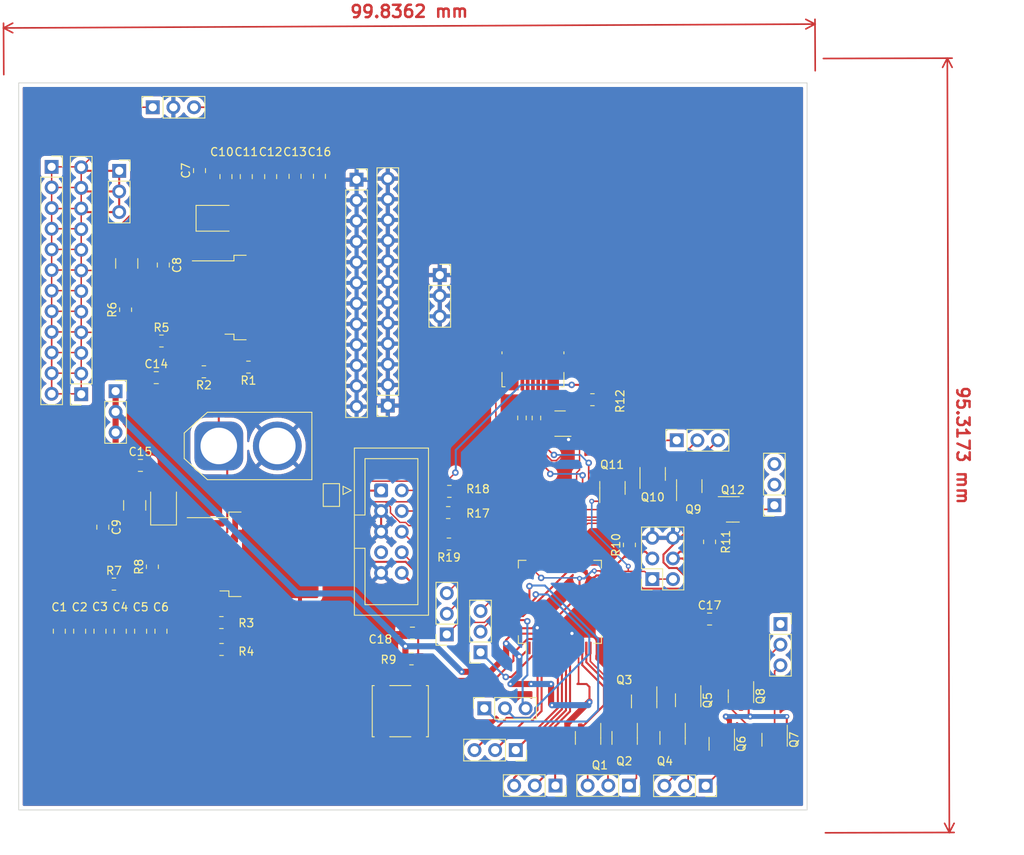
<source format=kicad_pcb>
(kicad_pcb (version 20221018) (generator pcbnew)
  (layers (0 "F.Cu" signal) (31 "B.Cu" signal) (34 "B.Paste" user) (35 "F.Paste" user) (36 "B.SilkS" user "B.Silkscreen") (37 "F.SilkS" user "F.Silkscreen") (38 "B.Mask" user) (39 "F.Mask" user) (44 "Edge.Cuts" user))
  (net 0 "")
  (net 1 "GND")
  (net 2 "Net-(D1-K)")
  (net 3 "Net-(U2-BOOT)")
  (net 4 "Net-(D2-K)")
  (net 5 "Net-(U3-BOOT)")
  (net 6 "+3.3V")
  (net 7 "/Vcap")
  (net 8 "/NRST")
  (net 9 "/EXT_D+")
  (net 10 "+7.5V")
  (net 11 "/I2C1_SDA")
  (net 12 "/I2C1_SCL")
  (net 13 "/Radar_Read")
  (net 14 "BOOT0")
  (net 15 "BOOT1")
  (net 16 "/M0")
  (net 17 "/M1")
  (net 18 "/M2")
  (net 19 "/M3")
  (net 20 "/M4")
  (net 21 "/M5")
  (net 22 "/M6")
  (net 23 "/M7")
  (net 24 "/M8")
  (net 25 "/M9")
  (net 26 "/M10")
  (net 27 "/H11")
  (net 28 "/H0")
  (net 29 "/H1")
  (net 30 "/H2")
  (net 31 "/H3")
  (net 32 "/H4")
  (net 33 "/H5")
  (net 34 "/H6")
  (net 35 "/H7")
  (net 36 "/H8")
  (net 37 "/H9")
  (net 38 "/H10")
  (net 39 "Net-(U2-EN)")
  (net 40 "Net-(U3-EN)")
  (net 41 "Net-(U2-FB)")
  (net 42 "Net-(U3-FB)")
  (net 43 "/D-")
  (net 44 "/D+")
  (net 56 "/M11")
  (net 57 "/bigmotor")
  (net 65 "Net-(J20-VTref)")
  (net 66 "/JTMS{slash}SWDIO")
  (net 67 "/JTCK{slash}SWCLK")
  (net 68 "/JTDO{slash}TRACESWO")
  (net 70 "/JTDI")
  (net 71 "+5V")
  (net 74 "unconnected-(J21-Shield-Pad6)")
  (net 75 "/EXT_D-")
  (net 76 "/V_USB")
  (net 80 "/T0")
  (net 81 "/T1")
  (net 82 "/T2")
  (net 83 "/T3")
  (net 84 "/T4")
  (net 85 "/T5")
  (net 86 "/T6")
  (net 87 "/T7")
  (net 88 "/T8")
  (net 89 "/T9")
  (net 90 "/T10")
  (net 91 "/T11")
  (footprint "Resistor_SMD:R_0805_2012Metric_Pad1.20x1.40mm_HandSolder" (layer "F.Cu") (at 68.447 90.565586 90)
    (fp_text reference "R8")
    (fp_text value "1K")
  )
  (footprint "Connector_PinSocket_2.54mm:PinSocket_1x03_P2.54mm_Vertical" (layer "F.Cu") (at 68.492 34 90)
    (fp_text reference "J9" hide)
    (fp_text value "Screw_Terminal_01x03" hide)
  )
  (footprint "Resistor_SMD:R_0805_2012Metric_Pad1.20x1.40mm_HandSolder" (layer "F.Cu") (at 127.1375 87.8795 90)
    (fp_text reference "R10")
    (fp_text value "10k")
  )
  (footprint "Connector_PinSocket_2.54mm:PinSocket_1x12_P2.54mm_Vertical" (layer "F.Cu") (at 97.412 70.725586 180)
    (fp_text reference "J1" hide)
    (fp_text value "Screw_Terminal_01x12" hide)
  )
  (footprint "Resistor_SMD:R_0805_2012Metric_Pad1.20x1.40mm_HandSolder" (layer "F.Cu") (at 80.267 65.985586 180)
    (fp_text reference "R1")
    (fp_text value "40K")
  )
  (footprint "Package_TO_SOT_SMD:SOT-23-3" (layer "F.Cu") (at 132.45 111.6375 -90)
    (fp_text reference "Q4")
    (fp_text value "NMOS")
  )
  (footprint "Connector_PinSocket_2.54mm:PinSocket_1x03_P2.54mm_Vertical" (layer "F.Cu") (at 64.365 41.825)
    (fp_text reference "J6" hide)
    (fp_text value "Screw_Terminal_01x03" hide)
  )
  (footprint "Inductor_SMD:L_1210_3225Metric" (layer "F.Cu") (at 65.292 53.225586 -90)
    (fp_text reference "L1" hide)
    (fp_text value "60uH" hide)
  )
  (footprint "Package_TO_SOT_SMD:SOT-23-3" (layer "F.Cu") (at 125.05 80.8625 90)
    (fp_text reference "Q11")
    (fp_text value "NMOS")
  )
  (footprint "Connector_PinSocket_2.54mm:PinSocket_1x03_P2.54mm_Vertical" (layer "F.Cu") (at 108.8175 101.0945 180)
    (fp_text reference "J17" hide)
    (fp_text value "Screw_Terminal_01x03" hide)
  )
  (footprint "Resistor_SMD:R_0805_2012Metric_Pad1.20x1.40mm_HandSolder" (layer "F.Cu") (at 63.717 92.705586)
    (fp_text reference "R7")
    (fp_text value "1.5K")
  )
  (footprint "Connector_PinSocket_2.54mm:PinSocket_1x12_P2.54mm_Vertical" (layer "F.Cu") (at 59.692 69.325586 180)
    (fp_text reference "J11" hide)
    (fp_text value "Screw_Terminal_01x12" hide)
  )
  (footprint "Package_TO_SOT_SMD:SOT-23-3" (layer "F.Cu") (at 126.55 111.6375 -90)
    (fp_text reference "Q2")
    (fp_text value "NMOS")
  )
  (footprint "Capacitor_SMD:C_0805_2012Metric_Pad1.18x1.45mm_HandSolder" (layer "F.Cu") (at 80 42.5375 90)
    (fp_text reference "C11")
    (fp_text value "100n")
  )
  (footprint "Diode_SMD:D_1210_3225Metric_Pad1.42x2.65mm_HandSolder" (layer "F.Cu") (at 69.82 82.9625 90)
    (fp_text reference "D2" hide)
    (fp_text value "D" hide)
  )
  (footprint "Capacitor_SMD:C_0805_2012Metric_Pad1.18x1.45mm_HandSolder" (layer "F.Cu") (at 69.792 53.423086 -90)
    (fp_text reference "C8")
    (fp_text value "20nF")
  )
  (footprint "Package_TO_SOT_SMD:SOT-23-3" (layer "F.Cu") (at 140.8625 106.5 -90)
    (fp_text reference "Q8")
    (fp_text value "NMOS")
  )
  (footprint "Capacitor_SMD:C_0805_2012Metric_Pad1.18x1.45mm_HandSolder" (layer "F.Cu") (at 59.5 98.5 -90)
    (fp_text reference "C2")
    (fp_text value "100n")
  )
  (footprint "Resistor_SMD:R_0805_2012Metric_Pad1.20x1.40mm_HandSolder" (layer "F.Cu") (at 137 87.5 90)
    (fp_text reference "R11")
    (fp_text value "10k")
  )
  (footprint "Package_TO_SOT_SMD:TO-263-7_TabPin8" (layer "F.Cu") (at 83.307 57.420586)
    (fp_text reference "U2" hide)
    (fp_text value "LM22678TJ-5")
  )
  (footprint "Package_QFP:LQFP-64_10x10mm_P0.5mm" (layer "F.Cu") (at 118.5825 94.8845 90)
    (fp_text reference "U1" hide)
    (fp_text value "STM32F401RBTx" hide)
  )
  (footprint "Resistor_SMD:R_0805_2012Metric_Pad1.20x1.40mm_HandSolder" (layer "F.Cu") (at 104.9825 81.2845 180)
    (fp_text reference "R18")
    (fp_text value "100k")
  )
  (footprint "Capacitor_SMD:C_0805_2012Metric_Pad1.18x1.45mm_HandSolder" (layer "F.Cu") (at 86 42.5 90)
    (fp_text reference "C13")
    (fp_text value "100n")
  )
  (footprint "Resistor_SMD:R_0805_2012Metric_Pad1.20x1.40mm_HandSolder" (layer "F.Cu") (at 104.8425 83.8945 180)
    (fp_text reference "R17")
    (fp_text value "100k")
  )
  (footprint "Package_TO_SOT_SMD:SOT-23-3" (layer "F.Cu") (at 134.3625 107 -90)
    (fp_text reference "Q5")
    (fp_text value "NMOS")
  )
  (footprint "Capacitor_SMD:C_0805_2012Metric_Pad1.18x1.45mm_HandSolder" (layer "F.Cu") (at 89 42.5 90)
    (fp_text reference "C16")
    (fp_text value "100n")
  )
  (footprint "Resistor_SMD:R_0603_1608Metric" (layer "F.Cu") (at 113.9175 72.2395 -90)
    (fp_text reference "R13" hide)
    (fp_text value "22" hide)
  )
  (footprint "Resistor_SMD:R_0805_2012Metric_Pad1.20x1.40mm_HandSolder" (layer "F.Cu") (at 104.9325 87.7645 180)
    (fp_text reference "R19")
    (fp_text value "100k")
  )
  (footprint "Package_TO_SOT_SMD:SOT-23-3" (layer "F.Cu") (at 134.5 80.6375 90)
    (fp_text reference "Q9")
    (fp_text value "NMOS")
  )
  (footprint "Resistor_SMD:R_0805_2012Metric_Pad1.20x1.40mm_HandSolder" (layer "F.Cu") (at 65.152 58.925586 90)
    (fp_text reference "R6")
    (fp_text value "1K")
  )
  (footprint "Diode_SMD:D_1210_3225Metric_Pad1.42x2.65mm_HandSolder" (layer "F.Cu") (at 76.282 47.665586)
    (fp_text reference "D1" hide)
    (fp_text value "D")
  )
  (footprint "Package_TO_SOT_SMD:SOT-23-3" (layer "F.Cu") (at 128.95 107.1375 -90)
    (fp_text reference "Q3")
    (fp_text value "NMOS")
  )
  (footprint "Capacitor_SMD:C_0805_2012Metric_Pad1.18x1.45mm_HandSolder" (layer "F.Cu") (at 68.9245 67.285586)
    (fp_text reference "C14")
    (fp_text value "180uF")
  )
  (footprint "Capacitor_SMD:C_0805_2012Metric_Pad1.18x1.45mm_HandSolder" (layer "F.Cu") (at 67 98.5 -90)
    (fp_text reference "C5")
    (fp_text value "100n")
  )
  (footprint "Connector_IDC:IDC-Header_2x05_P2.54mm_Vertical" (layer "F.Cu") (at 96.5875 81.1645)
    (fp_text reference "J20" hide)
    (fp_text value "Conn_ARM_JTAG_SWD_10")
  )
  (footprint "Connector_PinSocket_2.54mm:PinSocket_1x03_P2.54mm_Vertical" (layer "F.Cu") (at 113.157 113.1345 -90)
    (fp_text reference "J18" hide)
    (fp_text value "Screw_Terminal_01x03")
  )
  (footprint "Capacitor_SMD:C_0805_2012Metric_Pad1.18x1.45mm_HandSolder" (layer "F.Cu") (at 83 42.5375 90)
    (fp_text reference "C12")
    (fp_text value "100n")
  )
  (footprint "Button_Switch_SMD:SW_SPST_B3S-1000" (layer "F.Cu") (at 98.9475 108.3445 90)
    (fp_text reference "SW1" hide)
    (fp_text value "SW_Push" hide)
  )
  (footprint "Connector_PinSocket_2.54mm:PinSocket_1x12_P2.54mm_Vertical" (layer "F.Cu") (at 56.052 41.335586)
    (fp_text reference "J27" hide)
    (fp_text value "Screw_Terminal_01x12" hide)
  )
  (footprint "Connector_AMASS:AMASS_XT60-M_1x02_P7.20mm_Vertical" (layer "F.Cu") (at 76.617 75.695586)
    (fp_text reference "J2" hide)
    (fp_text value "Conn_01x02" hide)
  )
  (footprint "Resistor_SMD:R_0805_2012Metric_Pad1.20x1.40mm_HandSolder" (layer "F.Cu") (at 76.937 97.435586 180)
    (fp_text reference "R3")
    (fp_text value "40K")
  )
  (footprint "Resistor_SMD:R_0805_2012Metric_Pad1.20x1.40mm_HandSolder" (layer "F.Cu") (at 74.782 66.565586 180)
    (fp_text reference "R2")
    (fp_text value "20k")
  )
  (footprint "Capacitor_SMD:C_0805_2012Metric_Pad1.18x1.45mm_HandSolder" (layer "F.Cu") (at 64.5 98.5 -90)
    (fp_text reference "C4")
    (fp_text value "100n")
  )
  (footprint "Capacitor_SMD:C_0805_2012Metric_Pad1.18x1.45mm_HandSolder" (layer "F.Cu") (at 62 98.5 -90)
    (fp_text reference "C3")
    (fp_text value "100n")
  )
  (footprint "Package_TO_SOT_SMD:SOT-23-3" (layer "F.Cu") (at 145 111.8625 -90)
    (fp_text reference "Q7")
    (fp_text value "NMOS")
  )
  (footprint "Connector_USB:USB_Micro-B_Molex_47346-0001" (layer "F.Cu") (at 115.2675 66.7 180)
    (fp_text reference "J21" hide)
    (fp_text value "USB_B_Micro" hide)
  )
  (footprint "Resistor_SMD:R_0805_2012Metric_Pad1.20x1.40mm_HandSolder" (layer "F.Cu") (at 100.3225 101.9045)
    (fp_text reference "R9")
    (fp_text value "10k")
  )
  (footprint "Connector_PinSocket_2.54mm:PinSocket_1x03_P2.54mm_Vertical" (layer "F.Cu") (at 63.922 68.950586)
    (fp_text reference "J5" hide)
    (fp_text value "Screw_Terminal_01x03" hide)
  )
  (footprint "Package_TO_SOT_SMD:SOT-143" (layer "F.Cu") (at 118.6075 72.9445 180)
    (fp_text reference "D3" hide)
    (fp_text value "SP0503BAHTG" hide)
  )
  (footprint "Resistor_SMD:R_0805_2012Metric_Pad1.20x1.40mm_HandSolder" (layer "F.Cu") (at 69.562 62.775586)
    (fp_text reference "R5")
    (fp_text value "2.8K")
  )
  (footprint "Connector_PinSocket_2.54mm:PinSocket_1x03_P2.54mm_Vertical" (layer "F.Cu") (at 127.08 117.5 -90)
    (fp_text reference "J12" hide)
    (fp_text value "Screw_Terminal_01x03" hide)
  )
  (footprint "Connector_PinSocket_2.54mm:PinSocket_1x03_P2.54mm_Vertical" (layer "F.Cu") (at 104.6675 98.8945 180)
    (fp_text reference "J16" hide)
    (fp_text value "Screw_Terminal_01x03" hide)
  )
  (footprint "Resistor_SMD:R_0603_1608Metric" (layer "F.Cu") (at 115.6975 72.2495 -90)
    (fp_text reference "R15" hide)
    (fp_text value "22" hide)
  )
  (footprint "Capacitor_SMD:C_0805_2012Metric_Pad1.18x1.45mm_HandSolder" (layer "F.Cu") (at 69.5 98.5 -90)
    (fp_text reference "C6")
    (fp_text value "4u7")
  )
  (footprint "Package_TO_SOT_SMD:TO-263-7_TabPin8" (layer "F.Cu") (at 82.682 89.030586)
    (fp_text reference "U3" hide)
    (fp_text value "LM22678TJ-5")
  )
  (footprint "Package_TO_SOT_SMD:SOT-23-3" (layer "F.Cu") (at 138.5 112.3625 -90)
    (fp_text reference "Q6")
    (fp_text value "NMOS")
  )
  (footprint "Capacitor_SMD:C_0805_2012Metric_Pad1.18x1.45mm_HandSolder" (layer "F.Cu") (at 66.9745 78.090586)
    (fp_text reference "C15")
    (fp_text value "180uF")
  )
  (footprint "Capacitor_SMD:C_0805_2012Metric_Pad1.18x1.45mm_HandSolder" (layer "F.Cu") (at 100.4425 98.7345 180)
    (fp_text reference "C18")
    (fp_text value "1u")
  )
  (footprint "Capacitor_SMD:C_0805_2012Metric_Pad1.18x1.45mm_HandSolder" (layer "F.Cu") (at 77.5 42.5375 90)
    (fp_text reference "C10")
    (fp_text value "100n")
  )
  (footprint "Connector_PinSocket_2.54mm:PinSocket_1x03_P2.54mm_Vertical" (layer "F.Cu") (at 103.807 54.660586)
    (fp_text reference "J4" hide)
    (fp_text value "Screw_Terminal_01x03" hide)
  )
  (footprint "Capacitor_SMD:C_0805_2012Metric_Pad1.18x1.45mm_HandSolder" (layer "F.Cu") (at 74.247 41.795586 90)
    (fp_text reference "C7")
    (fp_text value "4u7")
  )
  (footprint "Resistor_SMD:R_0805_2012Metric_Pad1.20x1.40mm_HandSolder" (layer "F.Cu") (at 76.957 100.745586)
    (fp_text reference "R4")
    (fp_text value "20K")
  )
  (footprint "Connector_PinSocket_2.54mm:PinSocket_1x12_P2.54mm_Vertical" (layer "F.Cu") (at 93.567 42.915586)
    (fp_text reference "J28" hide)
    (fp_text value "Screw_Terminal_01x12" hide)
  )
  (footprint "Connector_PinSocket_2.54mm:PinSocket_1x03_P2.54mm_Vertical" (layer "F.Cu") (at 109.2875 107.9945 90)
    (fp_text reference "J3" hide)
    (fp_text value "Screw_Terminal_01x03")
  )
  (footprint "Capacitor_SMD:C_0805_2012Metric_Pad1.18x1.45mm_HandSolder" (layer "F.Cu") (at 57 98.5 -90)
    (fp_text reference "C1")
    (fp_text value "100n")
  )
  (footprint "Resistor_SMD:R_0805_2012Metric" (layer "F.Cu") (at 122.5875 70 180)
    (fp_text reference "R12")
    (fp_text value "1.5k")
  )
  (footprint "Connector_PinSocket_2.54mm:PinSocket_1x03_P2.54mm_Vertical" (layer "F.Cu") (at 144.975 83 180)
    (fp_text reference "J15" hide)
    (fp_text value "Screw_Terminal_01x03")
  )
  (footprint "Package_TO_SOT_SMD:SOT-23-3" (layer "F.Cu") (at 139.8625 83.5)
    (fp_text reference "Q12")
    (fp_text value "NMOS")
  )
  (footprint "Package_TO_SOT_SMD:SOT-23-3" (layer "F.Cu") (at 130 79.1375 90)
    (fp_text reference "Q10")
    (fp_text value "NMOS")
  )
  (footprint "Capacitor_SMD:C_0805_2012Metric_Pad1.18x1.45mm_HandSolder" (layer "F.Cu") (at 62.347 85.693086 -90)
    (fp_text reference "C9")
    (fp_text value "20nF")
  )
  (footprint "Inductor_SMD:L_1210_3225Metric" (layer "F.Cu") (at 66.27 83.01 90)
    (fp_text reference "L2" hide)
    (fp_text value "2.2uH")
  )
  (footprint "Package_TO_SOT_SMD:SOT-23-3" (layer "F.Cu") (at 122.05 111.6375 -90)
    (fp_text reference "Q1")
    (fp_text value "NMOS")
  )
  (footprint "Capacitor_SMD:C_0805_2012Metric_Pad1.18x1.45mm_HandSolder" (layer "F.Cu") (at 137 97)
    (fp_text reference "C17")
    (fp_text value "2.2uF")
  )
  (footprint "Connector_PinSocket_2.54mm:PinSocket_1x03_P2.54mm_Vertical" (layer "F.Cu") (at 132.96 75 90)
    (fp_text reference "J10" hide)
    (fp_text value "Screw_Terminal_01x03")
  )
  (footprint "Connector_PinSocket_2.54mm:PinSocket_1x03_P2.54mm_Vertical" (layer "F.Cu") (at 145.7175 97.6145)
    (fp_text reference "J14" hide)
    (fp_text value "Screw_Terminal_01x03" hide)
  )
  (footprint "Connector_PinSocket_2.54mm:PinSocket_1x03_P2.54mm_Vertical" (layer "F.Cu") (at 118.04 117.5 -90)
    (fp_text reference "J19" hide)
    (fp_text value "Screw_Terminal_01x03")
  )
  (footprint "Connector_PinSocket_2.54mm:PinSocket_2x03_P2.54mm_Vertical" (layer "F.Cu") (at 129.9575 92.0845 180)
    (fp_text reference "J7" hide)
    (fp_text value "Conn_02x03_Odd_Even" hide)
  )
  (footprint "Jumper:SolderJumper-2_P1.3mm_Open_TrianglePad1.0x1.5mm" (layer "F.Cu") (at 90.47 81.735 90)
    (fp_text reference "JP1" hide)
    (fp_text value "SolderJumper_2_Open")
  )
  (footprint "Connector_PinSocket_2.54mm:PinSocket_1x03_P2.54mm_Vertical" (layer "F.Cu") (at 136.525 117.525 -90)
    (fp_text reference "J13" hide)
    (fp_text value "Screw_Terminal_01x03" hide)
  )
  (gr_rect (start 52 31) (end 149 120.5) (stroke (width 0.1)) (fill none) (layer "Edge.Cuts"))
  (dimension (type aligned) (layer "F.Cu") (pts (xy 50.165 30.48) (xy 150 30)) (height -6.240529) (gr_text "99.8362 mm" (at 100.043842 22.199564 0.2754721516) (layer "F.Cu") (effects (font (size 1.5 1.5) (thickness 0.3)))) (format (prefix "") (suffix "") (units 3) (units_format 1) (precision 4)) (style (thickness 0.2) (arrow_length 1.27) (text_position_mode 0) (extension_height 0.58642) (extension_offset 0.5) keep_text_aligned))
  (dimension (type aligned) (layer "F.Cu") (pts (xy 150.5 28) (xy 150.749 123.317)) (height -15.751651) (gr_text "95.3173 mm" (at 168.176091 75.61265 270.1496755) (layer "F.Cu") (effects (font (size 1.5 1.5) (thickness 0.3)))) (format (prefix "") (suffix "") (units 3) (units_format 1) (precision 4)) (style (thickness 0.2) (arrow_length 1.27) (text_position_mode 0) (extension_height 0.58642) (extension_offset 0.5) keep_text_aligned))
  (segment (start 113.1425 71.001852) (end 113.1425 71.827148) (width 0.2) (layer "F.Cu") (net 1))
  (segment (start 114.9225 72.661852) (end 114.9225 74.84945) (width 0.2) (layer "F.Cu") (net 1))
  (segment (start 74.497 89.565586) (end 75.032 89.030586) (width 0.2) (layer "F.Cu") (net 1))
  (segment (start 132.984201 90.7195) (end 132.010799 90.7195) (width 0.25) (layer "F.Cu") (net 1))
  (segment (start 114.9225 74.84945) (end 117.56755 77.4945) (width 0.2) (layer "F.Cu") (net 1))
  (segment (start 133.880299 86.5) (end 137 86.5) (width 0.25) (layer "F.Cu") (net 1))
  (segment (start 120.3325 99.76977) (end 120.3325 100.5595) (width 0.175) (layer "F.Cu") (net 1))
  (segment (start 122.7325 91.8595) (end 122.5275 92.0645) (width 0.25) (layer "F.Cu") (net 1))
  (segment (start 115.3325 89.2095) (end 115.3325 86.811162) (width 0.175) (layer "F.Cu") (net 1))
  (segment (start 128.7825 93.2595) (end 135.2405 93.2595) (width 0.25) (layer "F.Cu") (net 1))
  (segment (start 113.429852 72.1145) (end 114.375148 72.1145) (width 0.2) (layer "F.Cu") (net 1))
  (segment (start 135.2405 93.2595) (end 135.2405 92.975799) (width 0.25) (layer "F.Cu") (net 1))
  (segment (start 68.537 78.090586) (end 68.537 80.950586) (width 0.25) (layer "F.Cu") (net 1))
  (segment (start 113.9675 68.16) (end 113.9675 70.176852) (width 0.2) (layer "F.Cu") (net 1))
  (segment (start 127.1375 87.0545) (end 126.6575 87.0545) (width 0.25) (layer "F.Cu") (net 1))
  (segment (start 117.56755 77.4945) (end 118.14745 77.4945) (width 0.2) (layer "F.Cu") (net 1))
  (segment (start 77.7695 50.033086) (end 77.7695 47.665586) (width 0.25) (layer "F.Cu") (net 1))
  (segment (start 122.5275 97.57477) (end 122.5275 92.0645) (width 0.175) (layer "F.Cu") (net 1))
  (segment (start 120.355 100.537) (end 120.355 99.062) (width 0.175) (layer "F.Cu") (net 1))
  (segment (start 113.9675 70.176852) (end 113.1425 71.001852) (width 0.2) (layer "F.Cu") (net 1))
  (segment (start 96.5875 83.7045) (end 96.5875 86.2445) (width 0.25) (layer "F.Cu") (net 1))
  (segment (start 115.3325 86.811162) (end 119.625 82.518662) (width 0.175) (layer "F.Cu") (net 1))
  (segment (start 124.2575 91.6345) (end 127.1575 91.6345) (width 0.25) (layer "F.Cu") (net 1))
  (segment (start 124.2575 98.1345) (end 121.96777 98.1345) (width 0.175) (layer "F.Cu") (net 1))
  (segment (start 127.1575 91.6345) (end 128.7825 93.2595) (width 0.25) (layer "F.Cu") (net 1))
  (segment (start 112.9075 98.1345) (end 115.7975 98.1345) (width 0.25) (layer "F.Cu") (net 1))
  (segment (start 120.3325 100.5595) (end 120.355 100.537) (width 0.175) (layer "F.Cu") (net 1))
  (segment (start 122.036135 98.066135) (end 120.3325 99.76977) (width 0.175) (layer "F.Cu") (net 1))
  (segment (start 122.036135 98.066135) (end 122.5275 97.57477) (width 0.175) (layer "F.Cu") (net 1))
  (segment (start 131.3225 89.057799) (end 133.880299 86.5) (width 0.25) (layer "F.Cu") (net 1))
  (segment (start 119.625 82.518662) (end 119.625 74.927) (width 0.175) (layer "F.Cu") (net 1))
  (segment (start 115.7975 98.0745) (end 115.8575 98.0745) (width 0.25) (layer "F.Cu") (net 1))
  (segment (start 68.447 89.565586) (end 74.497 89.565586) (width 0.2) (layer "F.Cu") (net 1))
  (segment (start 113.1425 71.827148) (end 113.429852 72.1145) (width 0.2) (layer "F.Cu") (net 1))
  (segment (start 118.14745 77.4945) (end 119.6075 76.03445) (width 0.2) (layer "F.Cu") (net 1))
  (segment (start 132.010799 90.7195) (end 131.3225 90.031201) (width 0.25) (layer "F.Cu") (net 1))
  (segment (start 115.7975 98.1345) (end 115.7975 98.0745) (width 0.25) (layer "F.Cu") (net 1))
  (segment (start 82.382 54.645586) (end 77.7695 50.033086) (width 0.25) (layer "F.Cu") (net 1))
  (segment (start 123.074573 91.6345) (end 122.849573 91.8595) (width 0.25) (layer "F.Cu") (net 1))
  (segment (start 120.355 99.062) (end 120.0675 98.7745) (width 0.175) (layer "F.Cu") (net 1))
  (segment (start 131.3225 90.031201) (end 131.3225 89.057799) (width 0.25) (layer "F.Cu") (net 1))
  (segment (start 124.2575 91.6345) (end 123.074573 91.6345) (width 0.25) (layer "F.Cu") (net 1))
  (segment (start 115.7975 98.1345) (end 115.7975 98.1345) (width 0.25) (layer "F.Cu") (net 1))
  (segment (start 135.2405 92.975799) (end 132.984201 90.7195) (width 0.25) (layer "F.Cu") (net 1))
  (segment (start 114.375148 72.1145) (end 114.9225 72.661852) (width 0.2) (layer "F.Cu") (net 1))
  (segment (start 119.6475 74.9045) (end 119.6075 74.8645) (width 0.175) (layer "F.Cu") (net 1))
  (segment (start 119.625 74.927) (end 119.6475 74.9045) (width 0.175) (layer "F.Cu") (net 1))
  (segment (start 115.8575 98.0745) (end 115.8875 98.0445) (width 0.25) (layer "F.Cu") (net 1))
  (segment (start 119.6075 76.03445) (end 119.6075 73.6945) (width 0.2) (layer "F.Cu") (net 1))
  (segment (start 121.96777 98.1345) (end 122.036135 98.066135) (width 0.175) (layer "F.Cu") (net 1))
  (segment (start 119.6075 74.8645) (end 119.6075 73.6945) (width 0.175) (layer "F.Cu") (net 1))
  (via (at 119.6475 74.9045) (size 0.8) (drill 0.4) (layers "F.Cu" "B.Cu") (net 1))
  (via (at 115.7975 98.0745) (size 0.8) (drill 0.4) (layers "F.Cu" "B.Cu") (net 1))
  (via (at 120.0675 98.7745) (size 0.8) (drill 0.4) (layers "F.Cu" "B.Cu") (net 1))
  (segment (start 133.1375 81.5545) (end 133.325 81.742) (width 0.175) (layer "B.Cu") (net 1))
  (segment (start 116.4975 98.7745) (end 115.7975 98.0745) (width 0.175) (layer "B.Cu") (net 1))
  (segment (start 119.6475 74.7445) (end 119.6475 74.9045) (width 0.25) (layer "B.Cu") (net 1))
  (segment (start 124.2275 74.9045) (end 130.8775 81.5545) (width 0.175) (layer "B.Cu") (net 1))
  (segment (start 130.8775 81.5545) (end 133.1375 81.5545) (width 0.175) (layer "B.Cu") (net 1))
  (segment (start 120.0675 98.7745) (end 116.4975 98.7745) (width 0.175) (layer "B.Cu") (net 1))
  (segment (start 133.325 81.742) (end 133.325 86.177) (width 0.175) (layer "B.Cu") (net 1))
  (segment (start 119.6475 74.9045) (end 124.2275 74.9045) (width 0.175) (layer "B.Cu") (net 1))
  (segment (start 133.325 86.177) (end 132.4975 87.0045) (width 0.175) (layer "B.Cu") (net 1))
  (segment (start 65.327 51.860586) (end 69.792 51.860586) (width 0.25) (layer "F.Cu") (net 2))
  (segment (start 71.542 53.610586) (end 75.657 53.610586) (width 0.25) (layer "F.Cu") (net 2))
  (segment (start 74.7945 47.665586) (end 74.7945 52.748086) (width 0.25) (layer "F.Cu") (net 2))
  (segment (start 74.7945 52.748086) (end 75.657 53.610586) (width 0.25) (layer "F.Cu") (net 2))
  (segment (start 69.792 51.860586) (end 71.542 53.610586) (width 0.25) (layer "F.Cu") (net 2))
  (segment (start 69.792 54.985586) (end 70.957 56.150586) (width 0.25) (layer "F.Cu") (net 3))
  (segment (start 70.957 56.150586) (end 75.657 56.150586) (width 0.25) (layer "F.Cu") (net 3))
  (segment (start 63.09 84.115) (end 65.975 84.115) (width 0.25) (layer "F.Cu") (net 4))
  (segment (start 74.261414 84.45) (end 75.032 85.220586) (width 0.25) (layer "F.Cu") (net 4))
  (segment (start 66.27 84.41) (end 69.78 84.41) (width 0.25) (layer "F.Cu") (net 4))
  (segment (start 69.82 84.45) (end 74.261414 84.45) (width 0.25) (layer "F.Cu") (net 4))
  (segment (start 74.527 87.255586) (end 75.032 87.760586) (width 0.25) (layer "F.Cu") (net 5))
  (segment (start 62.347 87.255586) (end 74.527 87.255586) (width 0.25) (layer "F.Cu") (net 5))
  (segment (start 124.1 82) (end 125.825 80.275) (width 0.2) (layer "F.Cu") (net 6))
  (segment (start 139.45 111.225) (end 139.45 109.45) (width 0.6) (layer "F.Cu") (net 6))
  (segment (start 124.189394 91.066394) (end 124.2575 91.1345) (width 0.175) (layer "F.Cu") (net 6))
  (segment (start 112.5 105) (end 115.050258 105) (width 0.75) (layer "F.Cu") (net 6))
  (segment (start 111.9675 101.5325) (end 111.9675 100.2945) (width 0.75) (layer "F.Cu") (net 6))
  (segment (start 123 110.5) (end 124.1625 111.6625) (width 0.6) (layer "F.Cu") (net 6))
  (segment (start 89.0275 82.3045) (end 89.0275 80.537914) (width 0.175) (layer "F.Cu") (net 6))
  (segment (start 126.023394 111.6625) (end 127.185894 110.5) (width 0.6) (layer "F.Cu") (net 6))
  (segment (start 113.7675 101.6245) (end 113.5925 101.6245) (width 0.25) (layer "F.Cu") (net 6))
  (segment (start 127.185894 110.5) (end 127.5 110.5) (width 0.6) (layer "F.Cu") (net 6))
  (segment (start 121.6745 68.1745) (end 123.5 70) (width 0.25) (layer "F.Cu") (net 6))
  (segment (start 104.34 82.567) (end 97.315 82.567) (width 0.175) (layer "F.Cu") (net 6))
  (segment (start 120.8325 100.5595) (end 120.8825 100.5095) (width 0.2) (layer "F.Cu") (net 6))
  (segment (start 124.1625 111.6625) (end 126.023394 111.6625) (width 0.6) (layer "F.Cu") (net 6))
  (segment (start 105.6675 83.8945) (end 104.34 82.567) (width 0.175) (layer "F.Cu") (net 6))
  (segment (start 57 97.4625) (end 59.5 97.4625) (width 0.5) (layer "F.Cu") (net 6))
  (segment (start 129.0075 91.1345) (end 127 91.1345) (width 0.175) (layer "F.Cu") (net 6))
  (segment (start 105.7575 87.06917) (end 104.18833 85.5) (width 0.175) (layer "F.Cu") (net 6))
  (segment (start 123.6 82.5) (end 122.5 82.5) (width 0.2) (layer "F.Cu") (net 6))
  (segment (start 58.5 90.205586) (end 61 92.705586) (width 0.75) (layer "F.Cu") (net 6))
  (segment (start 97.7375 83.2045) (end 97.2075 82.6745) (width 0.175) (layer "F.Cu") (net 6))
  (segment (start 99.5775 100.3545) (end 99.5775 101.8245) (width 0.75) (layer "F.Cu") (net 6))
  (segment (start 124.1 82) (end 123.6 82.5) (width 0.2) (layer "F.Cu") (net 6))
  (segment (start 112.9075 98.6345) (end 113.0725 98.7995) (width 0.25) (layer "F.Cu") (net 6))
  (segment (start 62.717 96.7455) (end 62 97.4625) (width 0.75) (layer "F.Cu") (net 6))
  (segment (start 120.8825 100.5095) (end 120.8825 104.8375) (width 0.2) (layer "F.Cu") (net 6))
  (segment (start 62 97.4625) (end 64.5 97.4625) (width 0.5) (layer "F.Cu") (net 6))
  (segment (start 138.076606 112.3375) (end 138.3375 112.3375) (width 0.6) (layer "F.Cu") (net 6))
  (segment (start 89.538414 80.027) (end 104.55 80.027) (width 0.175) (layer "F.Cu") (net 6))
  (segment (start 135.012501 105.8625) (end 135.3125 105.8625) (width 0.25) (layer "F.Cu") (net 6))
  (segment (start 132.4 111.5) (end 133.4 110.5) (width 0.6) (layer "F.Cu") (net 6))
  (segment (start 122.224058 106.5) (end 122.224058 107.137941) (width 0.25) (layer "F.Cu") (net 6))
  (segment (start 138.3375 112.3375) (end 139.45 111.225) (width 0.6) (layer "F.Cu") (net 6))
  (segment (start 133.4 110.5) (end 133.4 107.475001) (width 0.6) (layer "F.Cu") (net 6))
  (segment (start 136.9875 80.8125) (end 138.725 82.55) (width 0.2) (layer "F.Cu") (net 6))
  (segment (start 130 111.5) (end 130.914106 111.5) (width 0.6) (layer "F.Cu") (net 6))
  (segment (start 122.814033 91.066394) (end 124.189394 91.066394) (width 0.175) (layer "F.Cu") (net 6))
  (segment (start 146.5 110.175) (end 145.95 110.725) (width 0.25) (layer "F.Cu") (net 6))
  (segment (start 125.825 80.275) (end 129.05 80.275) (width 0.2) (layer "F.Cu") (net 6))
  (segment (start 141.8125 108.8125) (end 141.8125 105.3625) (width 0.25) (layer "F.Cu") (net 6))
  (segment (start 104.55 80.027) (end 104.675 80.027) (width 0.175) (layer "F.Cu") (net 6))
  (segment (start 127.5 107.5) (end 127.8375 107.1625) (width 0.6) (layer "F.Cu") (net 6))
  (segment (start 121.863604 105) (end 120.745 105) (width 0.25) (layer "F.Cu") (net 6))
  (segment (start 120.8825 104.8375) (end 120.72 105) (width 0.2) (layer "F.Cu") (net 6))
  (segment (start 59.874414 81.625586) (end 59.5 82) (width 0.75) (layer "F.Cu") (net 6))
  (segment (start 98.072 82.567) (end 91.168 82.567) (width 0.175) (layer "F.Cu") (net 6))
  (segment (start 142 109) (end 141.8125 108.8125) (width 0.25) (layer "F.Cu") (net 6))
  (segment (start 131.923394 111.6625) (end 132.085894 111.5) (width 0.6) (layer "F.Cu") (net 6))
  (segment (start 121 94) (end 121 92) (width 0.25) (layer "F.Cu") (net 6))
  (segment (start 110 103.5) (end 111.9675 101.5325) (width 0.75) (layer "F.Cu") (net 6))
  (segment (start 112.9075 98.6345) (end 111.9475 99.5945) (width 0.25) (layer "F.Cu") (net 6))
  (segment (start 128.585894 107) (end 128.886592 107) (width 0.6) (layer "F.Cu") (net 6))
  (segment (start 122.224058 105.360454) (end 121.863604 105) (width 0.25) (layer "F.Cu") (net 6))
  (segment (start 111.9475 99.5945) (end 111.9675 100.0145) (width 0.25) (layer "F.Cu") (net 6))
  (segment (start 137.914106 112.5) (end 138.076606 112.3375) (width 0.6) (layer "F.Cu") (net 6))
  (segment (start 127 90.5) (end 127 91.1345) (width 0.2) (layer "F.Cu") (net 6))
  (segment (start 123 110.5) (end 121.8875 111.6125) (width 0.6) (layer "F.Cu") (net 6))
  (segment (start 121.8875 111.6125) (end 121.626606 111.6125) (width 0.6) (layer "F.Cu") (net 6))
  (segment (start 132.085894 111.5) (end 132.4 111.5) (width 0.6) (layer "F.Cu") (net 6))
  (segment (start 63.922 74.030586) (end 63.922 80.020586) (width 0.75) (layer "F.Cu") (net 6))
  (segment (start 132.4975 92.0845) (end 129.9575 92.0845) (width 0.175) (layer "F.Cu") (net 6))
  (segment (start 114.8325 100.5595) (end 113.7675 101.6245) (width 0.25) (layer "F.Cu") (net 6))
  (segment (start 104.18833 85.5) (end 99.991668 85.5) (width 0.175) (layer "F.Cu") (net 6))
  (segment (start 62.717 92.705586) (end 62.717 96.7455) (width 0.75) (layer "F.Cu") (net 6))
  (segment (start 114.8325 90.4595) (end 116.2775 91.9045) (width 0.175) (layer "F.Cu") (net 6))
  (segment (start 131.8125 79.3125) (end 133.55 81.05) (width 0.2) (layer "F.Cu") (net 6))
  (segment (start 133.55 81.05) (end 133.55 81.775) (width 0.2) (layer "F.Cu") (net 6))
  (segment (start 114.8325 89.2095) (end 114.8325 90.4595) (width 0.175) (layer "F.Cu") (net 6))
  (segment (start 135.3125 105.8625) (end 135.3125 111.8125) (width 0.6) (layer "F.Cu") (net 6))
  (segment (start 131.076606 111.6625) (end 131.923394 111.6625) (width 0.6) (layer "F.Cu") (net 6))
  (segment (start 136 112.5) (end 137.914106 112.5) (width 0.6) (layer "F.Cu") (net 6))
  (segment (start 133.55 81.775) (end 134.5125 80.8125) (width 0.2) (layer "F.Cu") (net 6))
  (segment (start 117.498996 105.001004) (end 117.5 105.002008) (width 0.25) (layer "F.Cu") (net 6))
  (segment (start 116.3075 91.9345) (end 116.2775 91.9045) (width 0.175) (layer "F.Cu") (net 6))
  (segment (start 59.5 97.4625) (end 62 97.4625) (width 0.5) (layer "F.Cu") (net 6))
  (segment (start 63.922 71.490586) (end 63.922 74.030586) (width 0.75) (layer "F.Cu") (net 6))
  (segment (start 113.6875 101.6845) (end 113.6525 101.6845) (width 0.25) (layer "F.Cu") (net 6))
  (segment (start 64.5 97.4625) (end 67 97.4625) (width 0.5) (layer "F.Cu") (net 6))
  (segment (start 113.0725 98.7995) (end 116.2005 98.7995) (width 0.25) (layer "F.Cu") (net 6))
  (segment (start 59.5 82) (end 58.5 83) (width 0.75) (layer "F.Cu") (net 6))
  (segment (start 104.675 80.027) (end 105.7275 78.9745) (width 0.175) (layer "F.Cu") (net 6))
  (segment (start 121.239106 112) (end 120.761592 112) (width 0.6) (layer "F.Cu") (net 6))
  (segment (start 116.2775 91.9045) (end 116.2775 91.9345) (width 0.175) (layer "F.Cu") (net 6))
  (segment (start 146.5 109) (end 146.5 110.175) (width 0.25) (layer "F.Cu") (net 6))
  (segment (start 122.224058 107.224058) (end 122.224058 106.5) (width 0.25) (layer "F.Cu") (net 6))
  (segment (start 99.598668 85.107) (end 98.921332 85.107) (width 0.175) (layer "F.Cu") (net 6))
  (segment (start 128.423394 107.1625) (end 128.585894 107) (width 0.6) (layer "F.Cu") (net 6))
  (segment (start 63.922 68.950586) (end 63.922 71.490586) (width 0.75) (layer "F.Cu") (net 6))
  (segment (start 122.224058 106.5) (end 122.224058 105.360454) (width 0.25) (layer "F.Cu") (net 6))
  (segment (start 113.6525 101.6845) (end 113.5925 101.6245) (width 0.25) (layer "F.Cu") (net 6))
  (segment (start 115.050258 105) (end 115.051262 105.001004) (width 0.25) (layer "F.Cu") (net 6))
  (segment (start 129.9 106) (end 129.9 111.4) (width 0.6) (layer "F.Cu") (net 6))
  (segment (start 127 91.1345) (end 124.2575 91.1345) (width 0.175) (layer "F.Cu") (net 6))
  (segment (start 99.5775 101.8245) (end 99.4975 101.9045) (width 0.25) (layer "F.Cu") (net 6))
  (segment (start 117.5 107.5) (end 117.60614 107.60614) (width 0.25) (layer "F.Cu") (net 6))
  (segment (start 127.8375 107.1625) (end 128.423394 107.1625) (width 0.6) (layer "F.Cu") (net 6))
  (segment (start 111.9675 100.2945) (end 111.9675 100.0145) (width 0.25) (layer "F.Cu") (net 6))
  (segment (start 111.9675 100.0145) (end 111.9475 99.9645) (width 0.25) (layer "F.Cu") (net 6))
  (segment (start 105.8075 81.2845) (end 104.55 80.027) (width 0.175) (layer "F.Cu") (net 6))
  (segment (start 116.2005 98.7995) (end 121 94) (width 0.25) (layer "F.Cu") (net 6))
  (segment (start 109.5175 83.8945) (end 114.8325 89.2095) (width 0.175) (layer "F.Cu") (net 6))
  (segment (start 128.886592 107) (end 129.886592 106) (width 0.6) (layer "F.Cu") (net 6))
  (segment (start 91.168 82.567) (end 91.09 82.645) (width 0.175) (layer "F.Cu") (net 6))
  (segment (start 135.3125 111.8125) (end 136 112.5) (width 0.6) (layer "F.Cu") (net 6))
  (segment (start 122.224058 107.137941) (end 119.5 109.861999) (width 0.75) (layer "F.Cu") (net 6))
  (segment (start 130.914106 111.5) (end 131.076606 111.6625) (width 0.6) (layer "F.Cu") (net 6))
  (segment (start 105.7575 87.7645) (end 105.7575 87.06917) (width 0.175) (layer "F.Cu") (net 6))
  (segment (start 139.45 109.45) (end 139 109) (width 0.6) (layer "F.Cu") (net 6))
  (segment (start 129.886592 106) (end 129.9 106) (width 0.25) (layer "F.Cu") (net 6))
  (segment (start 97.7375 83.923168) (end 97.7375 83.2045) (width 0.175) (layer "F.Cu") (net 6))
  (segment (start 98.921332 85.107) (end 97.7375 83.923168) (width 0.175) (layer "F.Cu") (net 6))
  (segment (start 89.0275 80.537914) (end 89.538414 80.027) (width 0.175) (layer "F.Cu") (net 6))
  (segment (start 106.5 103.5) (end 110 103.5) (width 0.75) (layer "F.Cu") (net 6))
  (segment (start 119.5 110.738408) (end 120.261592 111.5) (width 0.75) (layer "F.Cu") (net 6))
  (segment (start 58.5 83) (end 58.5 90.205586) (width 0.75) (layer "F.Cu") (net 6))
  (segment (start 117.5 105.002008) (end 117.5 107.5) (width 0.75) (layer "F.Cu") (net 6))
  (segment (start 63.922 80.020586) (end 65.527 81.625586) (width 0.75) (layer "F.Cu") (net 6))
  (segment (start 116.2775 91.9345) (end 116.3075 91.9345) (width 0.175) (layer "F.Cu") (net 6))
  (segment (start 67 97.4625) (end 69.5 97.4625) (width 0.5) (layer "F.Cu") (net 6))
  (segment (start 127.5 110.5) (end 127.5 107.5) (width 0.6) (layer "F.Cu") (net 6))
  (segment (start 119.5 109.861999) (end 119.5 110.738408) (width 0.75) (layer "F.Cu") (net 6))
  (segment (start 89.368 82.645) (end 89.0275 82.3045) (width 0.175) (layer "F.Cu") (net 6))
  (segment (start 91.09 82.645) (end 89.368 82.645) (width 0.175) (layer "F.Cu") (net 6))
  (segment (start 129.9575 92.0845) (end 129.0075 91.1345) (width 0.175) (layer "F.Cu") (net 6))
  (segment (start 120.0375 68.1745) (end 120.0325 68.2645) (width 0.25) (layer "F.Cu") (net 6))
  (segment (start 105.6675 83.8945) (end 109.5175 83.8945) (width 0.175) (layer "F.Cu") (net 6))
  (segment (start 129.05 80.275) (end 130.0125 79.3125) (width 0.2) (layer "F.Cu") (net 6))
  (segment (start 133.4 107.475001) (end 135.012501 105.8625) (width 0.6) (layer "F.Cu") (net 6))
  (segment (start 120.761592 112) (end 120.261592 111.5) (width 0.6) (layer "F.Cu") (net 6))
  (segment (start 99.991668 85.5) (end 99.598668 85.107) (width 0.175) (layer "F.Cu") (net 6))
  (segment (start 65.527 81.625586) (end 59.874414 81.625586) (width 0.75) (layer "F.Cu") (net 6))
  (segment (start 130.0125 79.3125) (end 131.8125 79.3125) (width 0.2) (layer "F.Cu") (net 6))
  (segment (start 61 92.705586) (end 62.717 92.705586) (width 0.75) (layer "F.Cu") (net 6))
  (segment (start 120.0375 68.1745) (end 121.6745 68.1745) (width 0.25) (layer "F.Cu") (net 6))
  (segment (start 121.626606 111.6125) (end 121.239106 112) (width 0.6) (layer "F.Cu") (net 6))
  (segment (start 129.9 111.4) (end 130 111.5) (width 0.6) (layer "F.Cu") (net 6))
  (segment (start 134.5125 80.8125) (end 136.9875 80.8125) (width 0.2) (layer "F.Cu") (net 6))
  (segment (start 65.412 78.090586) (end 65.412 81.510586) (width 0.75) (layer "F.Cu") (net 6))
  (via (at 127 90.5) (size 0.6) (drill 0.3) (layers "F.Cu" "B.Cu") (net 6))
  (via (at 113.5925 101.6245) (size 0.8) (drill 0.4) (layers "F.Cu" "B.Cu") (net 6))
  (via (at 120.0375 68.1745) (size 0.8) (drill 0.4) (layers "F.Cu" "B.Cu") (net 6))
  (via (at 106.5 103.5) (size 0.6) (drill 0.3) (layers "F.Cu" "B.Cu") (net 6))
  (via (at 146.5 109) (size 0.6) (drill 0.3) (layers "F.Cu" "B.Cu") (net 6))
  (via (at 122.5 82.5) (size 0.6) (drill 0.3) (layers "F.Cu" "B.Cu") (net 6))
  (via (at 142 109) (size 0.75) (drill 0.3) (layers "F.Cu" "B.Cu") (net 6))
  (via (at 116.2775 91.9345) (size 0.8) (drill 0.4) (layers "F.Cu" "B.Cu") (net 6))
  (via (at 111.9675 100.0145) (size 0.8) (drill 0.4) (layers "F.Cu" "B.Cu") (net 6))
  (via (at 112.5 105) (size 0.6) (drill 0.3) (layers "F.Cu" "B.Cu") (net 6))
  (via (at 105.7275 78.9745) (size 0.8) (drill 0.4) (layers "F.Cu" "B.Cu") (net 6))
  (via (at 122.224058 107.224058) (size 0.75) (drill 0.3) (layers "F.Cu" "B.Cu") (net 6))
  (via (at 139 109) (size 0.75) (drill 0.3) (layers "F.Cu" "B.Cu") (net 6))
  (via (at 121 92) (size 0.6) (drill 0.3) (layers "F.Cu" "B.Cu") (net 6))
  (via (at 122.814033 91.066394) (size 0.6) (drill 0.3) (layers "F.Cu" "B.Cu") (net 6))
  (via (at 115.051262 105.001004) (size 0.75) (drill 0.3) (layers "F.Cu" "B.Cu") (net 6))
  (via (at 117.498996 105.001004) (size 0.75) (drill 0.3) (layers "F.Cu" "B.Cu") (net 6))
  (via (at 99.5775 100.3545) (size 0.8) (drill 0.4) (layers "F.Cu" "B.Cu") (net 6))
  (via (at 117.60614 107.60614) (size 0.75) (drill 0.3) (layers "F.Cu" "B.Cu") (net 6))
  (segment (start 122.86832 91.120681) (end 122.814033 91.066394) (width 0.175) (layer "B.Cu") (net 6))
  (segment (start 122.089464 107.60614) (end 122.347802 107.347802) (width 0.25) (layer "B.Cu") (net 6))
  (segment (start 105.7775 79.0245) (end 105.7775 79.0745) (width 0.25) (layer "B.Cu") (net 6))
  (segment (start 63.922 71.490586) (end 86.284414 93.853) (width 0.75) (layer "B.Cu") (net 6))
  (segment (start 111.9825 100.0145) (end 113.5925 101.6245) (width 0.75) (layer "B.Cu") (net 6))
  (segment (start 121.614256 92) (end 122.552788 91.061468) (width 0.25) (layer "B.Cu") (net 6))
  (segment (start 139 109) (end 142 109) (width 0.6) (layer "B.Cu") (net 6))
  (segment (start 103.3545 100.3545) (end 106.5 103.5) (width 0.75) (layer "B.Cu") (net 6))
  (segment (start 122.347802 107.347802) (end 122.224058 107.224058) (width 0.25) (layer "B.Cu") (net 6))
  (segment (start 105.7275 78.9745) (end 105.7775 79.0245) (width 0.25) (layer "B.Cu") (net 6))
  (segment (start 113.5925 103.9075) (end 112.5 105) (width 0.75) (layer "B.Cu") (net 6))
  (segment (start 122.5 86) (end 127 90.5) (width 0.2) (layer "B.Cu") (net 6))
  (segment (start 111.9675 100.0145) (end 111.9825 100.0145) (width 0.25) (layer "B.Cu") (net 6))
  (segment locked (start 122.552788 91.061468) (end 122.86832 91.377) (width 0.175) (layer "B.Cu") (net 6))
  (segment (start 99.8075 100.3445) (end 99.5775 100.3545) (width 0.25) (layer "B.Cu") (net 6))
  (segment (start 105.7775 78.9245) (end 105.7275 78.9745) (width 0.25) (layer "B.Cu") (net 6))
  (segment (start 99.5775 100.3545) (end 99.7875 100.3445) (width 0.25) (layer "B.Cu") (net 6))
  (segment (start 117.5 105) (end 117.498996 105.001004) (width 0.25) (layer "B.Cu") (net 6))
  (segment (start 113.792195 68.1745) (end 105.7775 76.189195) (width 0.25) (layer "B.Cu") (net 6))
  (segment (start 99.7875 100.3445) (end 99.7975 100.3445) (width 0.25) (layer "B.Cu") (net 6))
  (segment (start 132.4975 92.0845) (end 132.785 92.372) (width 0.175) (layer "B.Cu") (net 6))
  (segment (start 86.284414 93.853) (end 93.076 93.853) (width 0.75) (layer "B.Cu") (net 6))
  (segment (start 122.86832 91.377) (end 122.86832 91.120681) (width 0.175) (layer "B.Cu") (net 6))
  (segment (start 120.0375 68.1745) (end 113.792195 68.1745) (width 0.25) (layer "B.Cu") (net 6))
  (segment (start 99.5775 100.3545) (end 103.3545 100.3545) (width 0.75) (layer "B.Cu") (net 6))
  (segment (start 113.5925 101.6245) (end 113.5925 103.9075) (width 0.75) (layer "B.Cu") (net 6))
  (segment (start 142 109) (end 146.5 109) (width 0.6) (layer "B.Cu") (net 6))
  (segment (start 116.2775 91.9345) (end 121 91.9345) (width 0.175) (layer "B.Cu") (net 6))
  (segment (start 117.60614 107.60614) (end 122.089464 107.60614) (width 0.75) (layer "B.Cu") (net 6))
  (segment (start 105.7775 76.189195) (end 105.7775 78.9245) (width 0.25) (layer "B.Cu") (net 6))
  (segment (start 122.5 82.5) (end 122.5 86) (width 0.2) (layer "B.Cu") (net 6))
  (segment (start 121 92) (end 121.614256 92) (width 0.25) (layer "B.Cu") (net 6))
  (segment (start 93.076 93.853) (end 99.5775 100.3545) (width 0.75) (layer "B.Cu") (net 6))
  (segment (start 115.051262 105.001004) (end 117.498996 105.001004) (width 0.75) (layer "B.Cu") (net 6))
  (segment (start 135.9625 95.192) (end 135.158 94.3875) (width 0.2) (layer "F.Cu") (net 7))
  (segment (start 125.04723 92.1345) (end 124.2575 92.1345) (width 0.175) (layer "F.Cu") (net 7))
  (segment (start 135.158 94.3875) (end 127.30023 94.3875) (width 0.175) (layer "F.Cu") (net 7))
  (segment (start 135.9625 97) (end 135.9625 95.192) (width 0.2) (layer "F.Cu") (net 7))
  (segment (start 127.30023 94.3875) (end 125.04723 92.1345) (width 0.175) (layer "F.Cu") (net 7))
  (segment (start 101.1975 104.3695) (end 110.6305 104.3695) (width 0.25) (layer "F.Cu") (net 8))
  (segment (start 101.2175 98.7345) (end 101.2175 93.4145) (width 0.25) (layer "F.Cu") (net 8))
  (segment (start 101.1475 101.9045) (end 101.1475 98.8045) (width 0.25) (layer "F.Cu") (net 8))
  (segment (start 117.8225 99.4595) (end 117.8325 99.4695) (width 0.25) (layer "F.Cu") (net 8))
  (segment (start 101.1975 104.3695) (end 101.1975 112.3195) (width 0.25) (layer "F.Cu") (net 8))
  (segment (start 112.8675 101.181736) (end 114.589736 99.4595) (width 0.25) (layer "F.Cu") (net 8))
  (segment (start 112.8675 102.1325) (end 112.8675 101.181736) (width 0.25) (layer "F.Cu") (net 8))
  (segment (start 101.1475 101.9045) (end 101.1475 104.3195) (width 0.25) (layer "F.Cu") (net 8))
  (segment (start 101.2175 93.4145) (end 99.1275 91.3245) (width 0.25) (layer "F.Cu") (net 8))
  (segment (start 110.6305 104.3695) (end 112.8675 102.1325) (width 0.25) (layer "F.Cu") (net 8))
  (segment (start 117.8325 99.4695) (end 117.8325 100.5595) (width 0.25) (layer "F.Cu") (net 8))
  (segment (start 114.589736 99.4595) (end 117.8225 99.4595) (width 0.25) (layer "F.Cu") (net 8))
  (segment (start 117.6075 71.9945) (end 115.2925 69.6795) (width 0.2) (layer "F.Cu") (net 9))
  (segment (start 115.2925 70.0395) (end 115.2925 69.6795) (width 0.2) (layer "F.Cu") (net 9))
  (segment (start 113.9175 71.4145) (end 115.2925 70.0395) (width 0.2) (layer "F.Cu") (net 9))
  (segment (start 115.2675 68.16) (end 115.2675 69.6545) (width 0.2) (layer "F.Cu") (net 9))
  (segment (start 115.2925 69.6795) (end 115.2675 69.6545) (width 0.2) (layer "F.Cu") (net 9))
  (segment (start 81.267 65.985586) (end 81.267 65.400686) (width 0.25) (layer "F.Cu") (net 10))
  (segment (start 81.267 65.985586) (end 81.267 66.85) (width 0.25) (layer "F.Cu") (net 10))
  (segment (start 78.487 88.167582) (end 76.810004 86.490586) (width 0.25) (layer "F.Cu") (net 10))
  (segment (start 78.487 97.435586) (end 78.487 88.167582) (width 0.25) (layer "F.Cu") (net 10))
  (segment (start 79.782 62.815686) (end 79.782 55.510586) (width 0.25) (layer "F.Cu") (net 10))
  (segment (start 81.267 65.400686) (end 81.817 64.850686) (width 0.25) (layer "F.Cu") (net 10))
  (segment (start 81.817 64.850686) (end 79.782 62.815686) (width 0.25) (layer "F.Cu") (net 10))
  (segment (start 81.267 66.85) (end 76.617 71.5) (width 0.25) (layer "F.Cu") (net 10))
  (segment (start 77.657 76.735586) (end 77.657 86.285586) (width 0.25) (layer "F.Cu") (net 10))
  (segment (start 77.452 86.490586) (end 75.032 86.490586) (width 0.25) (layer "F.Cu") (net 10))
  (segment (start 77.657 86.285586) (end 77.452 86.490586) (width 0.25) (layer "F.Cu") (net 10))
  (segment (start 79.152 54.880586) (end 75.657 54.880586) (width 0.25) (layer "F.Cu") (net 10))
  (segment (start 76.617 71.5) (end 76.617 75.695586) (width 0.25) (layer "F.Cu") (net 10))
  (segment (start 79.782 55.510586) (end 79.152 54.880586) (width 0.25) (layer "F.Cu") (net 10))
  (segment (start 115.6125 94.40866) (end 115.6125 93.978056) (width 0.25) (layer "F.Cu") (net 11))
  (segment (start 113.88666 96.1345) (end 115.6125 94.40866) (width 0.25) (layer "F.Cu") (net 11))
  (segment (start 112.9075 96.1345) (end 113.88666 96.1345) (width 0.25) (layer "F.Cu") (net 11))
  (via (at 115.6125 93.978056) (size 0.8) (drill 0.4) (layers "F.Cu" "B.Cu") (net 11))
  (segment (start 115.4175 93.8545) (end 115.541056 93.978056) (width 0.25) (layer "B.Cu") (net 11))
  (segment (start 122.1975 99.0745) (end 117.101056 93.978056) (width 0.25) (layer "B.Cu") (net 11))
  (segment (start 117.101056 93.978056) (end 115.6125 93.978056) (width 0.25) (layer "B.Cu") (net 11))
  (segment (start 111.8275 107.9945) (end 113.0025 109.1695) (width 0.25) (layer "B.Cu") (net 11))
  (segment (start 114.854201 109.1695) (end 115.5425 108.481201) (width 0.25) (layer "B.Cu") (net 11))
  (segment (start 115.541056 93.978056) (end 115.6125 93.978056) (width 0.25) (layer "B.Cu") (net 11))
  (segment (start 122.1975 101.3025) (end 122.1975 99.0745) (width 0.25) (layer "B.Cu") (net 11))
  (segment (start 115.5425 108.481201) (end 115.5425 107.9575) (width 0.25) (layer "B.Cu") (net 11))
  (segment (start 113.0025 109.1695) (end 114.854201 109.1695) (width 0.25) (layer "B.Cu") (net 11))
  (segment (start 115.5425 107.9575) (end 122.1975 101.3025) (width 0.25) (layer "B.Cu") (net 11))
  (segment (start 113.750264 95.6345) (end 114.8375 94.547264) (width 0.25) (layer "F.Cu") (net 12))
  (segment (start 114.8375 94.547264) (end 114.8375 92.9545) (width 0.25) (layer "F.Cu") (net 12))
  (segment (start 112.9075 95.6345) (end 113.750264 95.6345) (width 0.25) (layer "F.Cu") (net 12))
  (via (at 114.8375 92.9545) (size 0.8) (drill 0.4) (layers "F.Cu" "B.Cu") (net 12))
  (segment (start 114.8775 92.8745) (end 114.9575 92.8745) (width 0.25) (layer "B.Cu") (net 12))
  (segment (start 109.2875 107.9945) (end 110.9125 109.6195) (width 0.25) (layer "B.Cu") (net 12))
  (segment (start 115.0375 92.8745) (end 114.8375 92.9545) (width 0.25) (layer "B.Cu") (net 12))
  (segment (start 123.2875 108.2125) (end 123.2875 99.4345) (width 0.25) (layer "B.Cu") (net 12))
  (segment (start 110.9125 109.6195) (end 121.8805 109.6195) (width 0.25) (layer "B.Cu") (net 12))
  (segment (start 121.8805 109.6195) (end 123.2875 108.2125) (width 0.25) (layer "B.Cu") (net 12))
  (segment (start 123.2875 99.4345) (end 116.7275 92.8745) (width 0.25) (layer "B.Cu") (net 12))
  (segment (start 116.7275 92.8745) (end 115.0375 92.8745) (width 0.25) (layer "B.Cu") (net 12))
  (segment (start 114.8375 92.9545) (end 114.8775 92.8745) (width 0.25) (layer "B.Cu") (net 12))
  (segment (start 114.4375 97.1345) (end 114.5775 97.2745) (width 0.25) (layer "F.Cu") (net 13))
  (segment (start 112.9075 97.1345) (end 114.4375 97.1345) (width 0.25) (layer "F.Cu") (net 13))
  (via (at 114.5775 97.2745) (size 0.8) (drill 0.4) (layers "F.Cu" "B.Cu") (net 13))
  (segment (start 114 107.627) (end 114 104.48995) (width 0.25) (layer "B.Cu") (net 13))
  (segment (start 114.3675 97.2045) (end 114.3575 97.1945) (width 0.25) (layer "B.Cu") (net 13))
  (segment (start 114.3675 107.9945) (end 114 107.627) (width 0.25) (layer "B.Cu") (net 13))
  (segment (start 114.5775 103.91245) (end 114.5775 97.2745) (width 0.25) (layer "B.Cu") (net 13))
  (segment (start 114.5775 97.2745) (end 114.3675 97.2045) (width 0.25) (layer "B.Cu") (net 13))
  (segment (start 114 104.48995) (end 114.5775 103.91245) (width 0.25) (layer "B.Cu") (net 13))
  (segment (start 129.1175 88.7045) (end 129.9575 89.5445) (width 0.25) (layer "F.Cu") (net 14))
  (segment (start 120.377072 90.3095) (end 114.052072 96.6345) (width 0.25) (layer "F.Cu") (net 14))
  (segment (start 114.052072 96.6345) (end 112.9075 96.6345) (width 0.25) (layer "F.Cu") (net 14))
  (segment (start 127.1375 88.7045) (end 129.1175 88.7045) (width 0.25) (layer "F.Cu") (net 14))
  (segment (start 125.5325 90.3095) (end 120.377072 90.3095) (width 0.25) (layer "F.Cu") (net 14))
  (segment (start 127.1375 88.7045) (end 125.5325 90.3095) (width 0.25) (layer "F.Cu") (net 14))
  (segment (start 125.100264 93.1345) (end 124.2575 93.1345) (width 0.25) (layer "F.Cu") (net 15))
  (segment (start 130.702792 94.8) (end 126.765764 94.8) (width 0.25) (layer "F.Cu") (net 15))
  (segment (start 132.4975 89.5445) (end 133.699581 89.5445) (width 0.25) (layer "F.Cu") (net 15))
  (segment (start 133.699581 89.5445) (end 139.4925 95.337419) (width 0.25) (layer "F.Cu") (net 15))
  (segment (start 139.1626 99.4095) (end 135.312292 99.4095) (width 0.25) (layer "F.Cu") (net 15))
  (segment (start 139.4925 99.0796) (end 139.1626 99.4095) (width 0.25) (layer "F.Cu") (net 15))
  (segment (start 135.4275 88.7045) (end 133.3375 88.7045) (width 0.25) (layer "F.Cu") (net 15))
  (segment (start 135.4275 88.7045) (end 135.632 88.5) (width 0.25) (layer "F.Cu") (net 15))
  (segment (start 135.312292 99.4095) (end 130.702792 94.8) (width 0.25) (layer "F.Cu") (net 15))
  (segment (start 126.765764 94.8) (end 125.100264 93.1345) (width 0.25) (layer "F.Cu") (net 15))
  (segment (start 139.4925 95.337419) (end 139.4925 99.0796) (width 0.25) (layer "F.Cu") (net 15))
  (segment (start 135.632 88.5) (end 137 88.5) (width 0.25) (layer "F.Cu") (net 15))
  (segment (start 133.3375 88.7045) (end 132.4975 89.5445) (width 0.25) (layer "F.Cu") (net 15))
  (segment (start 122 112.825) (end 122.05 112.775) (width 0.2) (layer "F.Cu") (net 16))
  (segment (start 121.55 117.05) (end 122 117.5) (width 0.2) (layer "F.Cu") (net 16))
  (segment (start 122 117.5) (end 122 112.825) (width 0.2) (layer "F.Cu") (net 16))
  (segment (start 124.5 117.46) (end 124.5 114.825) (width 0.2) (layer "F.Cu") (net 17))
  (segment (start 124.54 117.5) (end 124.5 117.46) (width 0.2) (layer "F.Cu") (net 17))
  (segment (start 124.5 114.825) (end 126.55 112.775) (width 0.2) (layer "F.Cu") (net 17))
  (segment (start 128 114.5) (end 128 116.58) (width 0.2) (layer "F.Cu") (net 18))
  (segment (start 128.95 113.55) (end 128 114.5) (width 0.2) (layer "F.Cu") (net 18))
  (segment (start 128.95 108.275) (end 128.95 113.55) (width 0.2) (layer "F.Cu") (net 18))
  (segment (start 128 116.58) (end 127.08 117.5) (width 0.2) (layer "F.Cu") (net 18))
  (segment (start 132.45 112.775) (end 132.45 116.52) (width 0.2) (layer "F.Cu") (net 19))
  (segment (start 132.45 116.52) (end 131.445 117.525) (width 0.2) (layer "F.Cu") (net 19))
  (segment (start 134.3625 108.1375) (end 134.3625 117.1475) (width 0.2) (layer "F.Cu") (net 20))
  (segment (start 134.3625 117.1475) (end 133.985 117.525) (width 0.2) (layer "F.Cu") (net 20))
  (segment (start 138.5 113.5) (end 138.5 115.55) (width 0.2) (layer "F.Cu") (net 21))
  (segment (start 138.5 115.55) (end 136.525 117.525) (width 0.2) (layer "F.Cu") (net 21))
  (segment (start 145 113) (end 145 103.412) (width 0.2) (layer "F.Cu") (net 22))
  (segment (start 145 103.412) (end 145.7175 102.6945) (width 0.2) (layer "F.Cu") (net 22))
  (segment (start 140.8625 107.6375) (end 140.8625 105.0095) (width 0.2) (layer "F.Cu") (net 23))
  (segment (start 140.8625 105.0095) (end 145.7175 100.1545) (width 0.2) (layer "F.Cu") (net 23))
  (segment (start 134.5 79.5) (end 134.5 78.54) (width 0.2) (layer "F.Cu") (net 24))
  (segment (start 134.5 78.54) (end 138.04 75) (width 0.2) (layer "F.Cu") (net 24))
  (segment (start 133 77.5) (end 135.5 75) (width 0.2) (layer "F.Cu") (net 25))
  (segment (start 133 78) (end 133 77.5) (width 0.2) (layer "F.Cu") (net 25))
  (segment (start 130 78) (end 133 78) (width 0.2) (layer "F.Cu") (net 25))
  (segment (start 125.05 79.725) (end 129.775 75) (width 0.2) (layer "F.Cu") (net 26))
  (segment (start 129.775 75) (end 132.96 75) (width 0.2) (layer "F.Cu") (net 26))
  (segment (start 115.8325 108.1955) (end 115.8325 100.5595) (width 0.25) (layer "F.Cu") (net 27))
  (segment (start 108.077 113.1345) (end 112.042 109.1695) (width 0.25) (layer "F.Cu") (net 27))
  (segment (start 112.042 109.1695) (end 114.8585 109.1695) (width 0.25) (layer "F.Cu") (net 27))
  (segment (start 114.8585 109.1695) (end 115.8325 108.1955) (width 0.25) (layer "F.Cu") (net 27))
  (segment (start 113.157 113.1345) (end 118.3325 107.959) (width 0.25) (layer "F.Cu") (net 28))
  (segment (start 118.3325 107.959) (end 118.3325 100.5595) (width 0.25) (layer "F.Cu") (net 28))
  (segment (start 112.96 117.5) (end 112.96 116.54) (width 0.25) (layer "F.Cu") (net 29))
  (segment (start 118.8325 108.095396) (end 118.8325 100.5595) (width 0.25) (layer "F.Cu") (net 29))
  (segment (start 116.5 113) (end 116.5 110.427896) (width 0.25) (layer "F.Cu") (net 29))
  (segment (start 116.5 110.427896) (end 118.8325 108.095396) (width 0.25) (layer "F.Cu") (net 29))
  (segment (start 112.96 116.54) (end 116.5 113) (width 0.25) (layer "F.Cu") (net 29))
  (segment (start 117 110.564292) (end 119.3325 108.231792) (width 0.25) (layer "F.Cu") (net 30))
  (segment (start 117 116) (end 117 110.564292) (width 0.25) (layer "F.Cu") (net 30))
  (segment (start 119.3325 108.231792) (end 119.3325 100.5595) (width 0.25) (layer "F.Cu") (net 30))
  (segment (start 115.5 117.5) (end 117 116) (width 0.25) (layer "F.Cu") (net 30))
  (segment (start 118.04 117.5) (end 118 117.46) (width 0.25) (layer "F.Cu") (net 31))
  (segment (start 119.8325 108.368188) (end 119.8325 100.5595) (width 0.25) (layer "F.Cu") (net 31))
  (segment (start 118 117.46) (end 118 110.200688) (width 0.25) (layer "F.Cu") (net 31))
  (segment (start 118 110.200688) (end 119.8325 108.368188) (width 0.25) (layer "F.Cu") (net 31))
  (segment (start 112.08744 94.6345) (end 112.9075 94.6345) (width 0.175) (layer "F.Cu") (net 32))
  (segment (start 106.145 97.417) (end 109.30494 97.417) (width 0.175) (layer "F.Cu") (net 32))
  (segment (start 104.6675 98.8945) (end 106.145 97.417) (width 0.175) (layer "F.Cu") (net 32))
  (segment (start 109.30494 97.417) (end 112.08744 94.6345) (width 0.175) (layer "F.Cu") (net 32))
  (segment (start 112.11777 95.1345) (end 112.9075 95.1345) (width 0.175) (layer "F.Cu") (net 33))
  (segment (start 108.8175 98.43477) (end 112.11777 95.1345) (width 0.175) (layer "F.Cu") (net 33))
  (segment (start 108.8175 96.0145) (end 110.6975 94.1345) (width 0.175) (layer "F.Cu") (net 34))
  (segment (start 110.6975 94.1345) (end 112.9075 94.1345) (width 0.175) (layer "F.Cu") (net 34))
  (segment (start 105.8475 92.6345) (end 112.9075 92.6345) (width 0.175) (layer "F.Cu") (net 35))
  (segment (start 104.6675 93.8145) (end 105.8475 92.6345) (width 0.175) (layer "F.Cu") (net 35))
  (segment (start 104.6675 96.3545) (end 107.8875 93.1345) (width 0.175) (layer "F.Cu") (net 36))
  (segment (start 107.8875 93.1345) (end 112.9075 93.1345) (width 0.175) (layer "F.Cu") (net 36))
  (segment (start 110.617 113.1345) (end 114.132 109.6195) (width 0.25) (layer "F.Cu") (net 37))
  (segment (start 115.044896 109.6195) (end 116.3325 108.331896) (width 0.25) (layer "F.Cu") (net 37))
  (segment (start 114.132 109.6195) (end 115.044896 109.6195) (width 0.25) (layer "F.Cu") (net 37))
  (segment (start 116.3325 108.331896) (end 116.3325 100.5595) (width 0.25) (layer "F.Cu") (net 37))
  (segment (start 115.3325 101.402264) (end 112.600264 104.1345) (width 0.25) (layer "F.Cu") (net 38))
  (segment (start 115.3575 100.5845) (end 115.3575 101.3445) (width 0.25) (layer "F.Cu") (net 38))
  (segment (start 115.3325 100.5595) (end 115.3325 101.402264) (width 0.25) (layer "F.Cu") (net 38))
  (segment (start 112.600264 104.1345) (end 111.9275 104.1345) (width 0.25) (layer "F.Cu") (net 38))
  (via (at 111.9275 104.1345) (size 0.8) (drill 0.4) (layers "F.Cu" "B.Cu") (net 38))
  (segment (start 111.8575 104.1345) (end 108.8175 101.0945) (width 0.25) (layer "B.Cu") (net 38))
  (segment (start 111.9275 104.1345) (end 111.8575 104.1345) (width 0.25) (layer "B.Cu") (net 38))
  (segment (start 111.9275 104.1345) (end 111.9275 104.2045) (width 0.25) (layer "B.Cu") (net 38))
  (segment (start 76.332 61.905586) (end 75.657 61.230586) (width 0.25) (layer "F.Cu") (net 39))
  (segment (start 76.332 66.565586) (end 76.332 61.905586) (width 0.25) (layer "F.Cu") (net 39))
  (segment (start 78.717 65.985586) (end 78.137 66.565586) (width 0.25) (layer "F.Cu") (net 39))
  (segment (start 78.137 66.565586) (end 76.332 66.565586) (width 0.25) (layer "F.Cu") (net 39))
  (segment (start 75.387 97.435586) (end 75.387 93.195586) (width 0.25) (layer "F.Cu") (net 40))
  (segment (start 75.387 93.195586) (end 75.032 92.840586) (width 0.25) (layer "F.Cu") (net 40))
  (segment (start 75.387 97.435586) (end 75.387 100.725586) (width 0.25) (layer "F.Cu") (net 40))
  (segment (start 72.602 59.960586) (end 75.657 59.960586) (width 0.25) (layer "F.Cu") (net 41))
  (segment (start 65.152 60.475586) (end 68.812 60.475586) (width 0.25) (layer "F.Cu") (net 41))
  (segment (start 71.112 62.775586) (end 71.112 61.450586) (width 0.25) (layer "F.Cu") (net 41))
  (segment (start 68.812 60.475586) (end 71.112 62.775586) (width 0.25) (layer "F.Cu") (net 41))
  (segment (start 71.112 61.450586) (end 72.602 59.960586) (width 0.25) (layer "F.Cu") (net 41))
  (segment (start 65.267 92.705586) (end 67.857 92.705586) (width 0.75) (layer "F.Cu") (net 42))
  (segment (start 68.447 92.115586) (end 68.992 91.570586) (width 0.25) (layer "F.Cu") (net 42))
  (segment (start 67.857 92.705586) (end 68.447 92.115586) (width 0.75) (layer "F.Cu") (net 42))
  (segment (start 68.992 91.570586) (end 75.032 91.570586) (width 0.75) (layer "F.Cu") (net 42))
  (segment (start 117.7875 76.7945) (end 117.8575 76.7945) (width 0.2) (layer "F.Cu") (net 43))
  (segment (start 122.1275 81.6645) (end 122.1275 77.7745) (width 0.2) (layer "F.Cu") (net 43))
  (segment (start 115.6975 74.7045) (end 117.7875 76.7945) (width 0.2) (layer "F.Cu") (net 43))
  (segment (start 116.8325 86.9595) (end 122.1275 81.6645) (width 0.2) (layer "F.Cu") (net 43))
  (segment (start 115.6975 73.0745) (end 115.6975 74.7045) (width 0.2) (layer "F.Cu") (net 43))
  (segment (start 117.8575 76.8645) (end 117.7775 76.7845) (width 0.2) (layer "F.Cu") (net 43))
  (segment (start 117.8575 76.7945) (end 117.8575 76.8645) (width 0.2) (layer "F.Cu") (net 43))
  (segment (start 116.8325 89.2095) (end 116.8325 86.9595) (width 0.2) (layer "F.Cu") (net 43))
  (via (at 122.1275 77.7745) (size 0.8) (drill 0.4) (layers "F.Cu" "B.Cu") (net 43))
  (via (at 117.8575 76.7945) (size 0.8) (drill 0.4) (layers "F.Cu" "B.Cu") (net 43))
  (segment (start 121.1075 76.7945) (end 122.0875 77.7745) (width 0.2) (layer "B.Cu") (net 43))
  (segment (start 122.1275 77.8145) (end 122.1475 77.8345) (width 0.2) (layer "B.Cu") (net 43))
  (segment (start 122.1275 77.7745) (end 122.1275 77.8145) (width 0.2) (layer "B.Cu") (net 43))
  (segment (start 122.0875 77.7745) (end 122.1275 77.7745) (width 0.2) (layer "B.Cu") (net 43))
  (segment (start 117.8575 76.7945) (end 121.1075 76.7945) (width 0.2) (layer "B.Cu") (net 43))
  (segment (start 121.3775 79.3045) (end 121.3775 81.8445) (width 0.2) (layer "F.Cu") (net 44))
  (segment (start 116.3325 86.8895) (end 116.3325 89.2095) (width 0.2) (layer "F.Cu") (net 44))
  (segment (start 117.3975 79.1345) (end 117.5775 79.1345) (width 0.2) (layer "F.Cu") (net 44))
  (segment (start 121.3775 81.8445) (end 116.3325 86.8895) (width 0.2) (layer "F.Cu") (net 44))
  (segment (start 113.9175 73.0645) (end 113.9175 75.4745) (width 0.2) (layer "F.Cu") (net 44))
  (segment (start 113.9175 75.4745) (end 117.3975 78.9545) (width 0.2) (layer "F.Cu") (net 44))
  (segment (start 117.5775 79.1345) (end 117.5575 79.1145) (width 0.2) (layer "F.Cu") (net 44))
  (segment (start 117.3975 78.9545) (end 117.3975 79.1345) (width 0.2) (layer "F.Cu") (net 44))
  (via (at 121.3775 79.3045) (size 0.8) (drill 0.4) (layers "F.Cu" "B.Cu") (net 44))
  (via (at 117.3975 79.1345) (size 0.8) (drill 0.4) (layers "F.Cu" "B.Cu") (net 44))
  (segment (start 121.2075 79.1345) (end 121.3775 79.3045) (width 0.2) (layer "B.Cu") (net 44))
  (segment (start 117.3975 79.1345) (end 121.2075 79.1345) (width 0.2) (layer "B.Cu") (net 44))
  (segment (start 121.5775 79.2545) (end 121.4275 79.2545) (width 0.2) (layer "B.Cu") (net 44))
  (segment (start 121.4275 79.2545) (end 121.3775 79.3045) (width 0.2) (layer "B.Cu") (net 44))
  (segment (start 144.475 83.5) (end 144.975 83) (width 0.2) (layer "F.Cu") (net 56))
  (segment (start 141 83.5) (end 144.475 83.5) (width 0.2) (layer "F.Cu") (net 56))
  (segment (start 95.72288 89.9595) (end 99.614201 89.9595) (width 0.25) (layer "F.Cu") (net 57))
  (segment (start 88.615 82.85162) (end 95.72288 89.9595) (width 0.25) (layer "F.Cu") (net 57))
  (segment (start 101.789201 92.1345) (end 112.9075 92.1345) (width 0.25) (layer "F.Cu") (net 57))
  (segment (start 89.367551 79.6145) (end 88.615 80.36705) (width 0.25) (layer "F.Cu") (net 57))
  (segment (start 106.5 37.5) (end 106.5 67.823636) (width 0.25) (layer "F.Cu") (net 57))
  (segment (start 79.5 37) (end 80 37.5) (width 0.25) (layer "F.Cu") (net 57))
  (segment (start 94.709136 79.6145) (end 89.367551 79.6145) (width 0.25) (layer "F.Cu") (net 57))
  (segment (start 106.5 67.823636) (end 94.709136 79.6145) (width 0.25) (layer "F.Cu") (net 57))
  (segment (start 99.614201 89.9595) (end 101.789201 92.1345) (width 0.25) (layer "F.Cu") (net 57))
  (segment (start 88.615 80.36705) (end 88.615 82.85162) (width 0.25) (layer "F.Cu") (net 57))
  (segment (start 76.5 34) (end 73.572 34) (width 0.2) (layer "F.Cu") (net 57))
  (segment (start 79.5 37) (end 76.5 34) (width 0.2) (layer "F.Cu") (net 57))
  (segment (start 80 37.5) (end 106.5 37.5) (width 0.25) (layer "F.Cu") (net 57))
  (segment (start 96.557 81.195) (end 96.5875 81.1645) (width 0.25) (layer "F.Cu") (net 65))
  (segment (start 91.09 81.195) (end 96.557 81.195) (width 0.25) (layer "F.Cu") (net 65))
  (segment (start 110.7075 79.7925) (end 108 82.5) (width 0.175) (layer "F.Cu") (net 66))
  (segment (start 105.373 82.5) (end 104.1575 81.2845) (width 0.175) (layer "F.Cu") (net 66))
  (segment (start 110.7075 64.1995) (end 110.7075 79.7925) (width 0.175) (layer "F.Cu") (net 66))
  (segment (start 119.4425 63.8145) (end 111.0925 63.8145) (width 0.175) (layer "F.Cu") (net 66))
  (segment (start 99.1275 81.1645) (end 104.0375 81.1645) (width 0.175) (layer "F.Cu") (net 66))
  (segment (start 125.5 70.5) (end 125.5 69.872) (width 0.175) (layer "F.Cu") (net 66))
  (segment (start 121 75) (end 125.5 70.5) (width 0.175) (layer "F.Cu") (net 66))
  (segment (start 115.8325 89.2095) (end 115.8325 86.841492) (width 0.175) (layer "F.Cu") (net 66))
  (segment (start 111.0925 63.8145) (end 110.7075 64.1995) (width 0.175) (layer "F.Cu") (net 66))
  (segment (start 121 78.639017) (end 121 75) (width 0.175) (layer "F.Cu") (net 66))
  (segment (start 120.64 82.033992) (end 120.64 78.999017) (width 0.175) (layer "F.Cu") (net 66))
  (segment (start 108 82.5) (end 105.373 82.5) (width 0.175) (layer "F.Cu") (net 66))
  (segment (start 120.64 78.999017) (end 121 78.639017) (width 0.175) (layer "F.Cu") (net 66))
  (segment (start 125.5 69.872) (end 119.4425 63.8145) (width 0.175) (layer "F.Cu") (net 66))
  (segment (start 115.8325 86.841492) (end 120.64 82.033992) (width 0.175) (layer "F.Cu") (net 66))
  (segment (start 99.1275 83.7045) (end 103.8275 83.7045) (width 0.175) (layer "F.Cu") (net 67))
  (segment (start 105.485 85.362) (end 107.135 85.362) (width 0.175) (layer "F.Cu") (net 67))
  (segment (start 104.0175 83.8945) (end 105.485 85.362) (width 0.175) (layer "F.Cu") (net 67))
  (segment (start 107.135 85.362) (end 112.9075 91.1345) (width 0.175) (layer "F.Cu") (net 67))
  (segment (start 100.6475 87.7645) (end 99.1275 86.2445) (width 0.175) (layer "F.Cu") (net 68))
  (segment (start 104.1075 87.7645) (end 100.6475 87.7645) (width 0.175) (layer "F.Cu") (net 68))
  (segment (start 99.1275 88.7845) (end 101.9775 91.6345) (width 0.175) (layer "F.Cu") (net 70))
  (segment (start 101.9775 91.6345) (end 112.9075 91.6345) (width 0.175) (layer "F.Cu") (net 70))
  (segment (start 59.642 56.575586) (end 59.692 56.625586) (width 0.175) (layer "F.Cu") (net 71))
  (segment (start 59.642 54.035586) (end 59.692 54.085586) (width 0.175) (layer "F.Cu") (net 71))
  (segment (start 64.365 41.825) (end 60.131414 41.825) (width 0.25) (layer "F.Cu") (net 71))
  (segment (start 56.052 59.115586) (end 59.642 59.115586) (width 0.175) (layer "F.Cu") (net 71))
  (segment (start 56.052 64.195586) (end 56.052 66.735586) (width 0.175) (layer "F.Cu") (net 71))
  (segment (start 59.692 64.245586) (end 59.692 61.705586) (width 0.175) (layer "F.Cu") (net 71))
  (segment (start 56.052 51.495586) (end 59.642 51.495586) (width 0.175) (layer "F.Cu") (net 71))
  (segment (start 85.9625 43.575) (end 86 43.5375) (width 0.2) (layer "F.Cu") (net 71))
  (segment (start 56.052 61.655586) (end 56.052 64.195586) (width 0.175) (layer "F.Cu") (net 71))
  (segment (start 56.052 66.735586) (end 59.642 66.735586) (width 0.175) (layer "F.Cu") (net 71))
  (segment (start 56.052 48.955586) (end 59.642 48.955586) (width 0.175) (layer "F.Cu") (net 71))
  (segment (start 56.052 69.275586) (end 59.642 69.275586) (width 0.175) (layer "F.Cu") (net 71))
  (segment (start 56.052 61.655586) (end 59.642 61.655586) (width 0.175) (layer "F.Cu") (net 71))
  (segment (start 77.5 43.575) (end 80 43.575) (width 0.2) (layer "F.Cu") (net 71))
  (segment (start 59.642 69.275586) (end 59.692 69.325586) (width 0.175) (layer "F.Cu") (net 71))
  (segment (start 64.365 41.825) (end 64.365 44.365) (width 0.25) (layer "F.Cu") (net 71))
  (segment (start 59.642 43.875586) (end 59.692 43.925586) (width 0.175) (layer "F.Cu") (net 71))
  (segment (start 64.365 44.365) (end 60.131414 44.365) (width 0.25) (layer "F.Cu") (net 71))
  (segment (start 56.102 46.465586) (end 56.052 46.415586) (width 0.175) (layer "F.Cu") (net 71))
  (segment (start 59.692 66.785586) (end 59.692 69.325586) (width 0.175) (layer "F.Cu") (net 71))
  (segment (start 76.575 43.575) (end 77.5 43.575) (width 0.2) (layer "F.Cu") (net 71))
  (segment (start 62.5 50.5) (end 70.166914 42.833086) (width 0.175) (layer "F.Cu") (net 71))
  (segment (start 74.247 42.833086) (end 75.833086 42.833086) (width 0.2) (layer "F.Cu") (net 71))
  (segment (start 66.942 61.705586) (end 68.012 62.775586) (width 0.175) (layer "F.Cu") (net 71))
  (segment (start 59.642 61.655586) (end 59.692 61.705586) (width 0.175) (layer "F.Cu") (net 71))
  (segment (start 60.131414 44.365) (end 59.692 43.925586) (width 0.25) (layer "F.Cu") (net 71))
  (segment (start 59.692 41.385586) (end 67.077586 34) (width 0.175) (layer "F.Cu") (net 71))
  (segment (start 59.692 54.085586) (end 62.5 54.085586) (width 0.175) (layer "F.Cu") (net 71))
  (segment (start 59.642 41.335586) (end 59.692 41.385586) (width 0.175) (layer "F.Cu") (net 71))
  (segment (start 56.052 54.035586) (end 59.642 54.035586) (width 0.175) (layer "F.Cu") (net 71))
  (segment (start 60.131414 46.905) (end 59.692 46.465586) (width 0.25) (layer "F.Cu") (net 71))
  (segment (start 59.692 64.245586) (end 59.692 41.385586) (width 0.175) (layer "F.Cu") (net 71))
  (segment (start 56.052 41.335586) (end 59.642 41.335586) (width 0.175) (layer "F.Cu") (net 71))
  (segment (start 56.052 66.735586) (end 56.052 69.275586) (width 0.175) (layer "F.Cu") (net 71))
  (segment (start 56.052 56.575586) (end 59.642 56.575586) (width 0.175) (layer "F.Cu") (net 71))
  (segment (start 67.077586 34) (end 68.492 34) (width 0.175) (layer "F.Cu") (net 71))
  (segment (start 55.320604 59.210586) (end 55.462 59.06919) (width 0.25) (layer "F.Cu") (net 71))
  (segment (start 55.320604 61.750586) (end 55.462 61.60919) (width 0.25) (layer "F.Cu") (net 71))
  (segment (start 86 43.5375) (end 89 43.5375) (width 0.2) (layer "F.Cu") (net 71))
  (segment (start 80 43.575) (end 83 43.575) (width 0.2) (layer "F.Cu") (net 71))
  (segment (start 64.365 46.905) (end 60.131414 46.905) (width 0.25) (layer "F.Cu") (net 71))
  (segment (start 68.012 62.775586) (end 68.012 66.635586) (width 0.175) (layer "F.Cu") (net 71))
  (segment (start 62.5 54.085586) (end 62.5 50.5) (width 0.175) (layer "F.Cu") (net 71))
  (segment (start 64.365 44.365) (end 64.365 46.905) (width 0.25) (layer "F.Cu") (net 71))
  (segment (start 64.752 54.085586) (end 65.292 54.625586) (width 0.175) (layer "F.Cu") (net 71))
  (segment (start 59.692 46.465586) (end 56.102 46.465586) (width 0.175) (layer "F.Cu") (net 71))
  (segment (start 59.692 66.785586) (end 59.692 64.245586) (width 0.175) (layer "F.Cu") (net 71))
  (segment (start 56.052 64.195586) (end 59.642 64.195586) (width 0.175) (layer "F.Cu") (net 71))
  (segment (start 75.833086 42.833086) (end 76.575 43.575) (width 0.2) (layer "F.Cu") (net 71))
  (segment (start 62.5 54.085586) (end 64.752 54.085586) (width 0.175) (layer "F.Cu") (net 71))
  (segment (start 56.052 43.875586) (end 59.642 43.875586) (width 0.175) (layer "F.Cu") (net 71))
  (segment (start 59.692 61.705586) (end 66.942 61.705586) (width 0.175) (layer "F.Cu") (net 71))
  (segment (start 59.642 48.955586) (end 59.692 49.005586) (width 0.175) (layer "F.Cu") (net 71))
  (segment (start 59.642 59.115586) (end 59.692 59.165586) (width 0.175) (layer "F.Cu") (net 71))
  (segment (start 59.642 51.495586) (end 59.692 51.545586) (width 0.175) (layer "F.Cu") (net 71))
  (segment (start 83 43.575) (end 85.9625 43.575) (width 0.2) (layer "F.Cu") (net 71))
  (segment (start 56.052 41.335586) (end 56.052 69.275586) (width 0.175) (layer "F.Cu") (net 71))
  (segment (start 59.642 66.735586) (end 59.692 66.785586) (width 0.175) (layer "F.Cu") (net 71))
  (segment (start 70.166914 42.833086) (end 74.247 42.833086) (width 0.175) (layer "F.Cu") (net 71))
  (segment (start 59.642 64.195586) (end 59.692 64.245586) (width 0.175) (layer "F.Cu") (net 71))
  (segment (start 60.131414 41.825) (end 59.692 41.385586) (width 0.25) (layer "F.Cu") (net 71))
  (segment (start 68.012 66.635586) (end 67.362 67.285586) (width 0.175) (layer "F.Cu") (net 71))
  (segment (start 117.755 65.952) (end 118.6425 65.0645) (width 0.25) (layer "F.Cu") (net 74))
  (segment (start 113.7175 65.0645) (end 111.8925 65.0645) (width 0.25) (layer "F.Cu") (net 74))
  (segment (start 111.8925 66.752) (end 112.78 67.6395) (width 0.25) (layer "F.Cu") (net 74))
  (segment (start 118.6425 65.0645) (end 116.4175 65.0645) (width 0.25) (layer "F.Cu") (net 74))
  (segment (start 116.4175 65.0645) (end 113.7175 65.0645) (width 0.25) (layer "F.Cu") (net 74))
  (segment (start 117.755 67.6395) (end 117.755 65.952) (width 0.25) (layer "F.Cu") (net 74))
  (segment (start 111.8925 65.0645) (end 111.8925 66.752) (width 0.25) (layer "F.Cu") (net 74))
  (segment (start 119.0575 71.9945) (end 119.6075 71.9945) (width 0.2) (layer "F.Cu") (net 75))
  (segment (start 116.8675 72.5945) (end 118.4575 72.5945) (width 0.2) (layer "F.Cu") (net 75))
  (segment (start 115.9175 69.0545) (end 115.9175 68.16) (width 0.2) (layer "F.Cu") (net 75))
  (segment (start 118.2575 72.5945) (end 118.2575 71.3945) (width 0.2) (layer "F.Cu") (net 75))
  (segment (start 116.8675 72.5945) (end 118.2575 72.5945) (width 0.2) (layer "F.Cu") (net 75))
  (segment (start 118.4575 72.5945) (end 119.0575 71.9945) (width 0.2) (layer "F.Cu") (net 75))
  (segment (start 115.6975 71.4245) (end 116.8675 72.5945) (width 0.2) (layer "F.Cu") (net 75))
  (segment (start 118.2575 71.3945) (end 115.9175 69.0545) (width 0.2) (layer "F.Cu") (net 75))
  (segment (start 118.3525 69.8245) (end 117.7275 69.8245) (width 0.25) (layer "F.Cu") (net 76))
  (segment (start 117.9075 73.8945) (end 119.1825 72.6195) (width 0.25) (layer "F.Cu") (net 76))
  (segment (start 120.2825 72.6195) (end 120.2825 71.4195) (width 0.25) (layer "F.Cu") (net 76))
  (segment (start 118.6875 69.8245) (end 118.3525 69.8245) (width 0.25) (layer "F.Cu") (net 76))
  (segment (start 121.675 70.027) (end 120.2825 71.4195) (width 0.2) (layer "F.Cu") (net 76))
  (segment (start 116.5675 68.16) (end 116.5675 69.05) (width 0.2) (layer "F.Cu") (net 76))
  (segment (start 120.2825 71.4195) (end 118.6875 69.8245) (width 0.25) (layer "F.Cu") (net 76))
  (segment (start 121.675 70) (end 121.675 70.027) (width 0.2) (layer "F.Cu") (net 76))
  (segment (start 117.342 69.8245) (end 117.7275 69.8245) (width 0.2) (layer "F.Cu") (net 76))
  (segment (start 119.1825 72.6195) (end 120.2825 72.6195) (width 0.25) (layer "F.Cu") (net 76))
  (segment (start 116.5675 69.05) (end 117.342 69.8245) (width 0.2) (layer "F.Cu") (net 76))
  (segment (start 116.5675 68.6645) (end 116.5675 67.7245) (width 0.25) (layer "F.Cu") (net 76))
  (segment (start 117.6075 73.8945) (end 117.9075 73.8945) (width 0.25) (layer "F.Cu") (net 76))
  (segment (start 121.3325 102.665) (end 124 105.3325) (width 0.25) (layer "F.Cu") (net 80))
  (segment (start 121.3325 100.5595) (end 121.3325 102.665) (width 0.25) (layer "F.Cu") (net 80))
  (segment (start 124 107.6) (end 121.1 110.5) (width 0.25) (layer "F.Cu") (net 80))
  (segment (start 124 105.3325) (end 124 107.6) (width 0.25) (layer "F.Cu") (net 80))
  (segment (start 121.8325 102.3145) (end 125.6 106.082) (width 0.25) (layer "F.Cu") (net 81))
  (segment (start 121.8325 102.3145) (end 121.8325 100.5595) (width 0.25) (layer "F.Cu") (net 81))
  (segment (start 125.6 106.082) (end 125.6 110.5) (width 0.25) (layer "F.Cu") (net 81))
  (segment (start 126.025 106) (end 128 106) (width 0.2) (layer "F.Cu") (net 82))
  (segment (start 122.3325 100.5595) (end 122.3325 102.21346) (width 0.2) (layer "F.Cu") (net 82))
  (segment (start 122.3325 102.21346) (end 126.025 105.90596) (width 0.2) (layer "F.Cu") (net 82))
  (segment (start 126.025 105.90596) (end 126.025 106) (width 0.2) (layer "F.Cu") (net 82))
  (segment (start 131.5 105.877) (end 131.5 110.5) (width 0.2) (layer "F.Cu") (net 83))
  (segment (start 124.2575 98.6345) (end 131.5 105.877) (width 0.2) (layer "F.Cu") (net 83))
  (segment (start 125.5 97.1345) (end 124.2575 97.1345) (width 0.25) (layer "F.Cu") (net 84))
  (segment (start 133.4125 105.047) (end 133.4125 105.8625) (width 0.25) (layer "F.Cu") (net 84))
  (segment (start 125.5 97.1345) (end 133.4125 105.047) (width 0.25) (layer "F.Cu") (net 84))
  (segment (start 134.148604 104.875) (end 135.875 104.875) (width 0.25) (layer "F.Cu") (net 85))
  (segment (start 125.908104 96.6345) (end 134.148604 104.875) (width 0.25) (layer "F.Cu") (net 85))
  (segment (start 137.55 106.55) (end 137.55 111.225) (width 0.25) (layer "F.Cu") (net 85))
  (segment (start 125.908104 96.6345) (end 124.2575 96.6345) (width 0.25) (layer "F.Cu") (net 85))
  (segment (start 135.875 104.875) (end 137.55 106.55) (width 0.25) (layer "F.Cu") (net 85))
  (segment (start 124.2575 96.1345) (end 127.73554 96.1345) (width 0.2) (layer "F.Cu") (net 86))
  (segment (start 127.73554 96.1345) (end 142.32604 110.725) (width 0.2) (layer "F.Cu") (net 86))
  (segment (start 142.32604 110.725) (end 144.05 110.725) (width 0.2) (layer "F.Cu") (net 86))
  (segment (start 128.1345 95.6345) (end 137.8625 105.3625) (width 0.2) (layer "F.Cu") (net 87))
  (segment (start 124.2575 95.6345) (end 128.1345 95.6345) (width 0.2) (layer "F.Cu") (net 87))
  (segment (start 137.8625 105.3625) (end 139.9125 105.3625) (width 0.2) (layer "F.Cu") (net 87))
  (segment (start 133.214624 82.725) (end 134.5 82.725) (width 0.175) (layer "F.Cu") (net 88))
  (segment (start 118.3325 89.2095) (end 118.3325 88.0395) (width 0.175) (layer "F.Cu") (net 88))
  (segment (start 134.5 82.725) (end 135.45 81.775) (width 0.175) (layer "F.Cu") (net 88))
  (segment (start 127.654698 84.837) (end 130.002198 82.4895) (width 0.175) (layer "F.Cu") (net 88))
  (segment (start 121.535 84.837) (end 127.654698 84.837) (width 0.175) (layer "F.Cu") (net 88))
  (segment (start 130.002198 82.4895) (end 132.979124 82.4895) (width 0.175) (layer "F.Cu") (net 88))
  (segment (start 132.979124 82.4895) (end 133.214624 82.725) (width 0.175) (layer "F.Cu") (net 88))
  (segment (start 118.3325 88.0395) (end 121.535 84.837) (width 0.175) (layer "F.Cu") (net 88))
  (segment (start 126.763 84.462) (end 130.95 80.275) (width 0.175) (layer "F.Cu") (net 89))
  (segment (start 117.8325 89.2095) (end 117.8325 88.00917) (width 0.175) (layer "F.Cu") (net 89))
  (segment (start 121.37967 84.462) (end 126.763 84.462) (width 0.175) (layer "F.Cu") (net 89))
  (segment (start 117.8325 88.00917) (end 121.37967 84.462) (width 0.175) (layer "F.Cu") (net 89))
  (segment (start 121.530004 83.530004) (end 124.469996 83.530004) (width 0.175) (layer "F.Cu") (net 90))
  (segment (start 121.530004 83.530004) (end 117.3325 87.727508) (width 0.175) (layer "F.Cu") (net 90))
  (segment (start 117.3325 87.727508) (end 117.3325 89.2095) (width 0.175) (layer "F.Cu") (net 90))
  (segment (start 124.469996 83.530004) (end 126 82) (width 0.175) (layer "F.Cu") (net 90))
  (segment (start 137.963 85.212) (end 138.725 84.45) (width 0.175) (layer "F.Cu") (net 91))
  (segment (start 118.8325 89.2095) (end 118.8325 88.41977) (width 0.175) (layer "F.Cu") (net 91))
  (segment (start 118.8325 88.366736) (end 118.8325 89.2095) (width 0.25) (layer "F.Cu") (net 91))
  (segment (start 118.8325 88.392) (end 118.8325 89.2095) (width 0.175) (layer "F.Cu") (net 91))
  (segment (start 122.04027 85.212) (end 137.963 85.212) (width 0.175) (layer "F.Cu") (net 91))
  (segment (start 118.8325 88.41977) (end 122.04027 85.212) (width 0.175) (layer "F.Cu") (net 91))
  (zone (net 1) (net_name "GND") (layer "F.Cu") (connect_pads (clearance 0.5)) (min_thickness 0.25) (fill yes (thermal_gap 0.5) (thermal_bridge_width 0.5))
    (polygon (pts (xy 50.199187 28.48) (xy 150.034187 28) (xy 149.534187 123.063) (xy 49.699186 122.5) (xy 49.826187 36.703)))
  )
  (zone (net 1) (net_name "GND") (layer "B.Cu") (priority 1) (connect_pads (clearance 0.5)) (min_thickness 0.25) (fill yes (thermal_gap 0.5) (thermal_bridge_width 0.5))
    (polygon (pts (xy 50.665 28.5) (xy 149.5 28.5) (xy 150 122.809) (xy 50.419 122.5) (xy 50.5 29.972)))
  )
)
</source>
